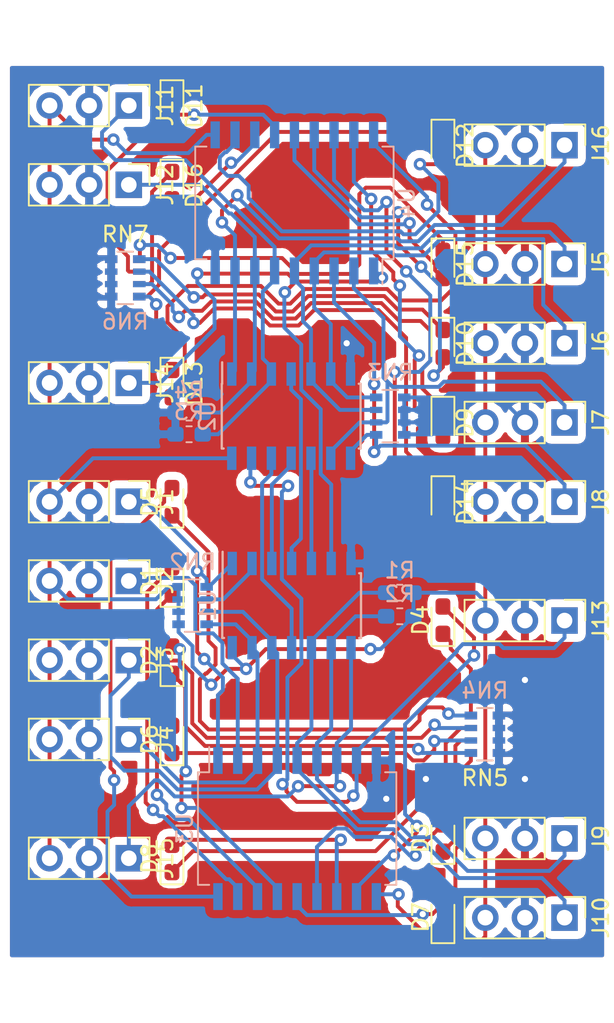
<source format=kicad_pcb>
(kicad_pcb (version 20171130) (host pcbnew "(5.0.0)")
  (layers (0 F.Cu signal) (31 B.Cu signal) (34 B.Paste user) (35 F.Paste user) (36 B.SilkS user) (37 F.SilkS user) (38 B.Mask user) (39 F.Mask user) (44 Edge.Cuts user))
  (net 0 "")
  (net 1 "Net-(D1-Pad2)")
  (net 2 "Net-(D1-Pad1)")
  (net 3 "Net-(D2-Pad2)")
  (net 4 "Net-(D2-Pad1)")
  (net 5 "Net-(D3-Pad2)")
  (net 6 "Net-(D3-Pad1)")
  (net 7 "Net-(D4-Pad2)")
  (net 8 "Net-(D4-Pad1)")
  (net 9 "Net-(D5-Pad2)")
  (net 10 "Net-(D5-Pad1)")
  (net 11 "Net-(D6-Pad2)")
  (net 12 "Net-(D6-Pad1)")
  (net 13 "Net-(D7-Pad1)")
  (net 14 "Net-(D7-Pad2)")
  (net 15 "Net-(D8-Pad1)")
  (net 16 "Net-(D8-Pad2)")
  (net 17 "Net-(D9-Pad1)")
  (net 18 "Net-(D9-Pad2)")
  (net 19 "Net-(D10-Pad1)")
  (net 20 "Net-(D10-Pad2)")
  (net 21 "Net-(D11-Pad2)")
  (net 22 "Net-(D11-Pad1)")
  (net 23 "Net-(D12-Pad1)")
  (net 24 "Net-(D12-Pad2)")
  (net 25 "Net-(D13-Pad1)")
  (net 26 "Net-(D13-Pad2)")
  (net 27 "Net-(D14-Pad1)")
  (net 28 "Net-(D14-Pad2)")
  (net 29 "Net-(D15-Pad1)")
  (net 30 "Net-(D15-Pad2)")
  (net 31 "Net-(D16-Pad2)")
  (net 32 "Net-(D16-Pad1)")
  (net 33 /OR_B)
  (net 34 GND)
  (net 35 +3V3)
  (net 36 /OR_C)
  (net 37 /OR_D)
  (net 38 /NAND_B)
  (net 39 /NOR_A)
  (net 40 /OR_A)
  (net 41 /AND_D)
  (net 42 /AND_C)
  (net 43 /AND_B)
  (net 44 /NAND_A)
  (net 45 /NOR_B)
  (net 46 /AND_A)
  (net 47 /AND_Q)
  (net 48 /OR_Q)
  (net 49 /NAND_Q)
  (net 50 /NOR_Q)
  (net 51 "Net-(U1-Pad3)")
  (net 52 "Net-(U1-Pad4)")
  (net 53 "Net-(U1-Pad5)")
  (net 54 "Net-(U1-Pad11)")
  (module Resistor_SMD:R_Array_Convex_4x0603 (layer F.Cu) (at 69.6214 84.709)
    (fp_text reference RN7 (at 0 -2.8) (layer F.SilkS))
    (fp_text value R_Pack04)
    (pad 1 smd rect (at -0.9 -1.2) (size 0.8 0.5) (layers F.Cu F.Paste F.Mask) (net 34 GND))
    (pad 3 smd rect (at -0.9 0.4) (size 0.8 0.4) (layers F.Cu F.Paste F.Mask) (net 34 GND))
    (pad 2 smd rect (at -0.9 -0.4) (size 0.8 0.4) (layers F.Cu F.Paste F.Mask) (net 34 GND))
    (pad 4 smd rect (at -0.9 1.2) (size 0.8 0.5) (layers F.Cu F.Paste F.Mask) (net 34 GND))
    (pad 7 smd rect (at 0.9 -0.4) (size 0.8 0.4) (layers F.Cu F.Paste F.Mask) (net 22 "Net-(D11-Pad1)"))
    (pad 8 smd rect (at 0.9 -1.2) (size 0.8 0.5) (layers F.Cu F.Paste F.Mask) (net 29 "Net-(D15-Pad1)"))
    (pad 6 smd rect (at 0.9 0.4) (size 0.8 0.4) (layers F.Cu F.Paste F.Mask) (net 32 "Net-(D16-Pad1)"))
    (pad 5 smd rect (at 0.9 1.2) (size 0.8 0.5) (layers F.Cu F.Paste F.Mask) (net 23 "Net-(D12-Pad1)"))
  )
  (module Resistor_SMD:R_Array_Convex_4x0603 (layer B.Cu) (at 69.6214 84.709)
    (fp_text reference RN6 (at 0 2.8) (layer B.SilkS) (effects (justify mirror)))
    (fp_text value R_Pack04)
    (pad 1 smd rect (at -0.9 1.2) (size 0.8 0.5) (layers B.Cu B.Paste B.Mask) (net 34 GND))
    (pad 3 smd rect (at -0.9 -0.4) (size 0.8 0.4) (layers B.Cu B.Paste B.Mask) (net 34 GND))
    (pad 2 smd rect (at -0.9 0.4) (size 0.8 0.4) (layers B.Cu B.Paste B.Mask) (net 34 GND))
    (pad 4 smd rect (at -0.9 -1.2) (size 0.8 0.5) (layers B.Cu B.Paste B.Mask) (net 34 GND))
    (pad 7 smd rect (at 0.9 0.4) (size 0.8 0.4) (layers B.Cu B.Paste B.Mask) (net 17 "Net-(D9-Pad1)"))
    (pad 8 smd rect (at 0.9 1.2) (size 0.8 0.5) (layers B.Cu B.Paste B.Mask) (net 25 "Net-(D13-Pad1)"))
    (pad 6 smd rect (at 0.9 -0.4) (size 0.8 0.4) (layers B.Cu B.Paste B.Mask) (net 27 "Net-(D14-Pad1)"))
    (pad 5 smd rect (at 0.9 -1.2) (size 0.8 0.5) (layers B.Cu B.Paste B.Mask) (net 19 "Net-(D10-Pad1)"))
  )
  (module LED_SMD:LED_0603_1608Metric_Pad1.05x0.95mm_HandSolder (layer F.Cu) (at 72.6186 104.14 90)
    (fp_text reference D1 (at 0 -1.43 90) (layer F.SilkS))
    (fp_text value LED)
    (pad 2 smd roundrect (at 0.875 0 90) (size 1.05 0.95) (layers F.Cu F.Paste F.Mask) (net 1 "Net-(D1-Pad2)"))
    (pad 1 smd roundrect (at -0.875 0 90) (size 1.05 0.95) (layers F.Cu F.Paste F.Mask) (net 2 "Net-(D1-Pad1)"))
  )
  (module LED_SMD:LED_0603_1608Metric_Pad1.05x0.95mm_HandSolder (layer F.Cu) (at 72.6186 109.22 90)
    (fp_text reference D2 (at 0 -1.43 90) (layer F.SilkS))
    (fp_text value LED)
    (pad 2 smd roundrect (at 0.875 0 90) (size 1.05 0.95) (layers F.Cu F.Paste F.Mask) (net 3 "Net-(D2-Pad2)"))
    (pad 1 smd roundrect (at -0.875 0 90) (size 1.05 0.95) (layers F.Cu F.Paste F.Mask) (net 4 "Net-(D2-Pad1)"))
  )
  (module LED_SMD:LED_0603_1608Metric_Pad1.05x0.95mm_HandSolder (layer F.Cu) (at 89.9922 120.6246 90)
    (fp_text reference D3 (at 0 -1.43 90) (layer F.SilkS))
    (fp_text value LED)
    (pad 2 smd roundrect (at 0.875 0 90) (size 1.05 0.95) (layers F.Cu F.Paste F.Mask) (net 5 "Net-(D3-Pad2)"))
    (pad 1 smd roundrect (at -0.875 0 90) (size 1.05 0.95) (layers F.Cu F.Paste F.Mask) (net 6 "Net-(D3-Pad1)"))
  )
  (module LED_SMD:LED_0603_1608Metric_Pad1.05x0.95mm_HandSolder (layer F.Cu) (at 89.9922 106.6546 90)
    (fp_text reference D4 (at 0 -1.43 90) (layer F.SilkS))
    (fp_text value LED)
    (pad 2 smd roundrect (at 0.875 0 90) (size 1.05 0.95) (layers F.Cu F.Paste F.Mask) (net 7 "Net-(D4-Pad2)"))
    (pad 1 smd roundrect (at -0.875 0 90) (size 1.05 0.95) (layers F.Cu F.Paste F.Mask) (net 8 "Net-(D4-Pad1)"))
  )
  (module LED_SMD:LED_0603_1608Metric_Pad1.05x0.95mm_HandSolder (layer F.Cu) (at 72.6186 99.06 90)
    (fp_text reference D5 (at 0 -1.43 90) (layer F.SilkS))
    (fp_text value LED)
    (pad 2 smd roundrect (at 0.875 0 90) (size 1.05 0.95) (layers F.Cu F.Paste F.Mask) (net 9 "Net-(D5-Pad2)"))
    (pad 1 smd roundrect (at -0.875 0 90) (size 1.05 0.95) (layers F.Cu F.Paste F.Mask) (net 10 "Net-(D5-Pad1)"))
  )
  (module LED_SMD:LED_0603_1608Metric_Pad1.05x0.95mm_HandSolder (layer F.Cu) (at 72.6186 114.3 90)
    (fp_text reference D6 (at 0 -1.43 90) (layer F.SilkS))
    (fp_text value LED)
    (pad 2 smd roundrect (at 0.875 0 90) (size 1.05 0.95) (layers F.Cu F.Paste F.Mask) (net 11 "Net-(D6-Pad2)"))
    (pad 1 smd roundrect (at -0.875 0 90) (size 1.05 0.95) (layers F.Cu F.Paste F.Mask) (net 12 "Net-(D6-Pad1)"))
  )
  (module LED_SMD:LED_0603_1608Metric_Pad1.05x0.95mm_HandSolder (layer F.Cu) (at 89.9922 125.7046 90)
    (fp_text reference D7 (at 0 -1.43 90) (layer F.SilkS))
    (fp_text value LED)
    (pad 1 smd roundrect (at -0.875 0 90) (size 1.05 0.95) (layers F.Cu F.Paste F.Mask) (net 13 "Net-(D7-Pad1)"))
    (pad 2 smd roundrect (at 0.875 0 90) (size 1.05 0.95) (layers F.Cu F.Paste F.Mask) (net 14 "Net-(D7-Pad2)"))
  )
  (module LED_SMD:LED_0603_1608Metric_Pad1.05x0.95mm_HandSolder (layer F.Cu) (at 72.6186 121.934 90)
    (fp_text reference D8 (at 0 -1.43 90) (layer F.SilkS))
    (fp_text value LED)
    (pad 1 smd roundrect (at -0.875 0 90) (size 1.05 0.95) (layers F.Cu F.Paste F.Mask) (net 15 "Net-(D8-Pad1)"))
    (pad 2 smd roundrect (at 0.875 0 90) (size 1.05 0.95) (layers F.Cu F.Paste F.Mask) (net 16 "Net-(D8-Pad2)"))
  )
  (module LED_SMD:LED_0603_1608Metric_Pad1.05x0.95mm_HandSolder (layer F.Cu) (at 89.9922 93.994 270)
    (fp_text reference D9 (at 0 -1.43 270) (layer F.SilkS))
    (fp_text value LED)
    (pad 1 smd roundrect (at -0.875 0 270) (size 1.05 0.95) (layers F.Cu F.Paste F.Mask) (net 17 "Net-(D9-Pad1)"))
    (pad 2 smd roundrect (at 0.875 0 270) (size 1.05 0.95) (layers F.Cu F.Paste F.Mask) (net 18 "Net-(D9-Pad2)"))
  )
  (module LED_SMD:LED_0603_1608Metric_Pad1.05x0.95mm_HandSolder (layer F.Cu) (at 89.9922 88.9254 270)
    (fp_text reference D10 (at 0 -1.43 270) (layer F.SilkS))
    (fp_text value LED)
    (pad 1 smd roundrect (at -0.875 0 270) (size 1.05 0.95) (layers F.Cu F.Paste F.Mask) (net 19 "Net-(D10-Pad1)"))
    (pad 2 smd roundrect (at 0.875 0 270) (size 1.05 0.95) (layers F.Cu F.Paste F.Mask) (net 20 "Net-(D10-Pad2)"))
  )
  (module LED_SMD:LED_0603_1608Metric_Pad1.05x0.95mm_HandSolder (layer F.Cu) (at 72.6186 73.6968 270)
    (fp_text reference D11 (at 0 -1.43 270) (layer F.SilkS))
    (fp_text value LED)
    (pad 2 smd roundrect (at 0.875 0 270) (size 1.05 0.95) (layers F.Cu F.Paste F.Mask) (net 21 "Net-(D11-Pad2)"))
    (pad 1 smd roundrect (at -0.875 0 270) (size 1.05 0.95) (layers F.Cu F.Paste F.Mask) (net 22 "Net-(D11-Pad1)"))
  )
  (module LED_SMD:LED_0603_1608Metric_Pad1.05x0.95mm_HandSolder (layer F.Cu) (at 89.9922 76.2254 270)
    (fp_text reference D12 (at 0 -1.43 270) (layer F.SilkS))
    (fp_text value LED)
    (pad 1 smd roundrect (at -0.875 0 270) (size 1.05 0.95) (layers F.Cu F.Paste F.Mask) (net 23 "Net-(D12-Pad1)"))
    (pad 2 smd roundrect (at 0.875 0 270) (size 1.05 0.95) (layers F.Cu F.Paste F.Mask) (net 24 "Net-(D12-Pad2)"))
  )
  (module LED_SMD:LED_0603_1608Metric_Pad1.05x0.95mm_HandSolder (layer F.Cu) (at 72.6186 91.4908 270)
    (fp_text reference D13 (at 0 -1.43 270) (layer F.SilkS))
    (fp_text value LED)
    (pad 1 smd roundrect (at -0.875 0 270) (size 1.05 0.95) (layers F.Cu F.Paste F.Mask) (net 25 "Net-(D13-Pad1)"))
    (pad 2 smd roundrect (at 0.875 0 270) (size 1.05 0.95) (layers F.Cu F.Paste F.Mask) (net 26 "Net-(D13-Pad2)"))
  )
  (module LED_SMD:LED_0603_1608Metric_Pad1.05x0.95mm_HandSolder (layer F.Cu) (at 89.9922 99.0854 270)
    (fp_text reference D14 (at 0 -1.43 270) (layer F.SilkS))
    (fp_text value LED)
    (pad 1 smd roundrect (at -0.875 0 270) (size 1.05 0.95) (layers F.Cu F.Paste F.Mask) (net 27 "Net-(D14-Pad1)"))
    (pad 2 smd roundrect (at 0.875 0 270) (size 1.05 0.95) (layers F.Cu F.Paste F.Mask) (net 28 "Net-(D14-Pad2)"))
  )
  (module LED_SMD:LED_0603_1608Metric_Pad1.05x0.95mm_HandSolder (layer F.Cu) (at 89.9922 83.8454 270)
    (fp_text reference D15 (at 0 -1.43 270) (layer F.SilkS))
    (fp_text value LED)
    (pad 1 smd roundrect (at -0.875 0 270) (size 1.05 0.95) (layers F.Cu F.Paste F.Mask) (net 29 "Net-(D15-Pad1)"))
    (pad 2 smd roundrect (at 0.875 0 270) (size 1.05 0.95) (layers F.Cu F.Paste F.Mask) (net 30 "Net-(D15-Pad2)"))
  )
  (module LED_SMD:LED_0603_1608Metric_Pad1.05x0.95mm_HandSolder (layer F.Cu) (at 72.6186 78.7908 270)
    (fp_text reference D16 (at 0 -1.43 270) (layer F.SilkS))
    (fp_text value LED)
    (pad 2 smd roundrect (at 0.875 0 270) (size 1.05 0.95) (layers F.Cu F.Paste F.Mask) (net 31 "Net-(D16-Pad2)"))
    (pad 1 smd roundrect (at -0.875 0 270) (size 1.05 0.95) (layers F.Cu F.Paste F.Mask) (net 32 "Net-(D16-Pad1)"))
  )
  (module Connector_PinHeader_2.54mm:PinHeader_1x03_P2.54mm_Vertical (layer F.Cu) (at 69.85 99.06 270)
    (fp_text reference J1 (at 0 -2.33 270) (layer F.SilkS))
    (fp_text value Conn_01x03_Male)
    (pad 1 thru_hole rect (at 0 0 270) (size 1.7 1.7) (drill 1) (layers *.Cu *.Mask) (net 46 /AND_A))
    (pad 2 thru_hole oval (at 0 2.54 270) (size 1.7 1.7) (drill 1) (layers *.Cu *.Mask) (net 34 GND))
    (pad 3 thru_hole oval (at 0 5.08 270) (size 1.7 1.7) (drill 1) (layers *.Cu *.Mask) (net 35 +3V3))
  )
  (module Connector_PinHeader_2.54mm:PinHeader_1x03_P2.54mm_Vertical (layer F.Cu) (at 69.85 104.14 270)
    (fp_text reference J2 (at 0 -2.33 270) (layer F.SilkS))
    (fp_text value Conn_01x03_Male)
    (pad 1 thru_hole rect (at 0 0 270) (size 1.7 1.7) (drill 1) (layers *.Cu *.Mask) (net 43 /AND_B))
    (pad 2 thru_hole oval (at 0 2.54 270) (size 1.7 1.7) (drill 1) (layers *.Cu *.Mask) (net 34 GND))
    (pad 3 thru_hole oval (at 0 5.08 270) (size 1.7 1.7) (drill 1) (layers *.Cu *.Mask) (net 35 +3V3))
  )
  (module Connector_PinHeader_2.54mm:PinHeader_1x03_P2.54mm_Vertical (layer F.Cu) (at 69.85 109.22 270)
    (fp_text reference J3 (at 0 -2.33 270) (layer F.SilkS))
    (fp_text value Conn_01x03_Male)
    (pad 3 thru_hole oval (at 0 5.08 270) (size 1.7 1.7) (drill 1) (layers *.Cu *.Mask) (net 35 +3V3))
    (pad 2 thru_hole oval (at 0 2.54 270) (size 1.7 1.7) (drill 1) (layers *.Cu *.Mask) (net 34 GND))
    (pad 1 thru_hole rect (at 0 0 270) (size 1.7 1.7) (drill 1) (layers *.Cu *.Mask) (net 42 /AND_C))
  )
  (module Connector_PinHeader_2.54mm:PinHeader_1x03_P2.54mm_Vertical (layer F.Cu) (at 69.85 114.3 270)
    (fp_text reference J4 (at 0 -2.33 270) (layer F.SilkS))
    (fp_text value Conn_01x03_Male)
    (pad 3 thru_hole oval (at 0 5.08 270) (size 1.7 1.7) (drill 1) (layers *.Cu *.Mask) (net 35 +3V3))
    (pad 2 thru_hole oval (at 0 2.54 270) (size 1.7 1.7) (drill 1) (layers *.Cu *.Mask) (net 34 GND))
    (pad 1 thru_hole rect (at 0 0 270) (size 1.7 1.7) (drill 1) (layers *.Cu *.Mask) (net 41 /AND_D))
  )
  (module Connector_PinHeader_2.54mm:PinHeader_1x03_P2.54mm_Vertical (layer F.Cu) (at 97.79 83.82 270)
    (fp_text reference J5 (at 0 -2.33 270) (layer F.SilkS))
    (fp_text value Conn_01x03_Male)
    (pad 3 thru_hole oval (at 0 5.08 270) (size 1.7 1.7) (drill 1) (layers *.Cu *.Mask) (net 35 +3V3))
    (pad 2 thru_hole oval (at 0 2.54 270) (size 1.7 1.7) (drill 1) (layers *.Cu *.Mask) (net 34 GND))
    (pad 1 thru_hole rect (at 0 0 270) (size 1.7 1.7) (drill 1) (layers *.Cu *.Mask) (net 40 /OR_A))
  )
  (module Connector_PinHeader_2.54mm:PinHeader_1x03_P2.54mm_Vertical (layer F.Cu) (at 97.79 88.9 270)
    (fp_text reference J6 (at 0 -2.33 270) (layer F.SilkS))
    (fp_text value Conn_01x03_Male)
    (pad 3 thru_hole oval (at 0 5.08 270) (size 1.7 1.7) (drill 1) (layers *.Cu *.Mask) (net 35 +3V3))
    (pad 2 thru_hole oval (at 0 2.54 270) (size 1.7 1.7) (drill 1) (layers *.Cu *.Mask) (net 34 GND))
    (pad 1 thru_hole rect (at 0 0 270) (size 1.7 1.7) (drill 1) (layers *.Cu *.Mask) (net 33 /OR_B))
  )
  (module Connector_PinHeader_2.54mm:PinHeader_1x03_P2.54mm_Vertical (layer F.Cu) (at 97.79 93.98 270)
    (fp_text reference J7 (at 0 -2.33 270) (layer F.SilkS))
    (fp_text value Conn_01x03_Male)
    (pad 1 thru_hole rect (at 0 0 270) (size 1.7 1.7) (drill 1) (layers *.Cu *.Mask) (net 36 /OR_C))
    (pad 2 thru_hole oval (at 0 2.54 270) (size 1.7 1.7) (drill 1) (layers *.Cu *.Mask) (net 34 GND))
    (pad 3 thru_hole oval (at 0 5.08 270) (size 1.7 1.7) (drill 1) (layers *.Cu *.Mask) (net 35 +3V3))
  )
  (module Connector_PinHeader_2.54mm:PinHeader_1x03_P2.54mm_Vertical (layer F.Cu) (at 97.79 99.06 270)
    (fp_text reference J8 (at 0 -2.33 270) (layer F.SilkS))
    (fp_text value Conn_01x03_Male)
    (pad 3 thru_hole oval (at 0 5.08 270) (size 1.7 1.7) (drill 1) (layers *.Cu *.Mask) (net 35 +3V3))
    (pad 2 thru_hole oval (at 0 2.54 270) (size 1.7 1.7) (drill 1) (layers *.Cu *.Mask) (net 34 GND))
    (pad 1 thru_hole rect (at 0 0 270) (size 1.7 1.7) (drill 1) (layers *.Cu *.Mask) (net 37 /OR_D))
  )
  (module Connector_PinHeader_2.54mm:PinHeader_1x03_P2.54mm_Vertical (layer F.Cu) (at 97.79 120.65 270)
    (fp_text reference J9 (at 0 -2.33 270) (layer F.SilkS))
    (fp_text value Conn_01x03_Male)
    (pad 3 thru_hole oval (at 0 5.08 270) (size 1.7 1.7) (drill 1) (layers *.Cu *.Mask) (net 35 +3V3))
    (pad 2 thru_hole oval (at 0 2.54 270) (size 1.7 1.7) (drill 1) (layers *.Cu *.Mask) (net 34 GND))
    (pad 1 thru_hole rect (at 0 0 270) (size 1.7 1.7) (drill 1) (layers *.Cu *.Mask) (net 44 /NAND_A))
  )
  (module Connector_PinHeader_2.54mm:PinHeader_1x03_P2.54mm_Vertical (layer F.Cu) (at 97.79 125.73 270)
    (fp_text reference J10 (at 0 -2.33 270) (layer F.SilkS))
    (fp_text value Conn_01x03_Male)
    (pad 1 thru_hole rect (at 0 0 270) (size 1.7 1.7) (drill 1) (layers *.Cu *.Mask) (net 38 /NAND_B))
    (pad 2 thru_hole oval (at 0 2.54 270) (size 1.7 1.7) (drill 1) (layers *.Cu *.Mask) (net 34 GND))
    (pad 3 thru_hole oval (at 0 5.08 270) (size 1.7 1.7) (drill 1) (layers *.Cu *.Mask) (net 35 +3V3))
  )
  (module Connector_PinHeader_2.54mm:PinHeader_1x03_P2.54mm_Vertical (layer F.Cu) (at 69.85 73.66 270)
    (fp_text reference J11 (at 0 -2.33 270) (layer F.SilkS))
    (fp_text value Conn_01x03_Male)
    (pad 1 thru_hole rect (at 0 0 270) (size 1.7 1.7) (drill 1) (layers *.Cu *.Mask) (net 39 /NOR_A))
    (pad 2 thru_hole oval (at 0 2.54 270) (size 1.7 1.7) (drill 1) (layers *.Cu *.Mask) (net 34 GND))
    (pad 3 thru_hole oval (at 0 5.08 270) (size 1.7 1.7) (drill 1) (layers *.Cu *.Mask) (net 35 +3V3))
  )
  (module Connector_PinHeader_2.54mm:PinHeader_1x03_P2.54mm_Vertical (layer F.Cu) (at 69.85 78.74 270)
    (fp_text reference J12 (at 0 -2.33 270) (layer F.SilkS))
    (fp_text value Conn_01x03_Male)
    (pad 1 thru_hole rect (at 0 0 270) (size 1.7 1.7) (drill 1) (layers *.Cu *.Mask) (net 45 /NOR_B))
    (pad 2 thru_hole oval (at 0 2.54 270) (size 1.7 1.7) (drill 1) (layers *.Cu *.Mask) (net 34 GND))
    (pad 3 thru_hole oval (at 0 5.08 270) (size 1.7 1.7) (drill 1) (layers *.Cu *.Mask) (net 35 +3V3))
  )
  (module Connector_PinHeader_2.54mm:PinHeader_1x03_P2.54mm_Vertical (layer F.Cu) (at 97.79 106.68 270)
    (fp_text reference J13 (at 0 -2.33 270) (layer F.SilkS))
    (fp_text value Conn_01x03_Male)
    (pad 1 thru_hole rect (at 0 0 270) (size 1.7 1.7) (drill 1) (layers *.Cu *.Mask) (net 47 /AND_Q))
    (pad 2 thru_hole oval (at 0 2.54 270) (size 1.7 1.7) (drill 1) (layers *.Cu *.Mask) (net 34 GND))
    (pad 3 thru_hole oval (at 0 5.08 270) (size 1.7 1.7) (drill 1) (layers *.Cu *.Mask) (net 35 +3V3))
  )
  (module Connector_PinHeader_2.54mm:PinHeader_1x03_P2.54mm_Vertical (layer F.Cu) (at 69.85 91.44 270)
    (fp_text reference J14 (at 0 -2.33 270) (layer F.SilkS))
    (fp_text value Conn_01x03_Male)
    (pad 1 thru_hole rect (at 0 0 270) (size 1.7 1.7) (drill 1) (layers *.Cu *.Mask) (net 48 /OR_Q))
    (pad 2 thru_hole oval (at 0 2.54 270) (size 1.7 1.7) (drill 1) (layers *.Cu *.Mask) (net 34 GND))
    (pad 3 thru_hole oval (at 0 5.08 270) (size 1.7 1.7) (drill 1) (layers *.Cu *.Mask) (net 35 +3V3))
  )
  (module Connector_PinHeader_2.54mm:PinHeader_1x03_P2.54mm_Vertical (layer F.Cu) (at 69.85 121.92 270)
    (fp_text reference J15 (at 0 -2.33 270) (layer F.SilkS))
    (fp_text value Conn_01x03_Male)
    (pad 3 thru_hole oval (at 0 5.08 270) (size 1.7 1.7) (drill 1) (layers *.Cu *.Mask) (net 35 +3V3))
    (pad 2 thru_hole oval (at 0 2.54 270) (size 1.7 1.7) (drill 1) (layers *.Cu *.Mask) (net 34 GND))
    (pad 1 thru_hole rect (at 0 0 270) (size 1.7 1.7) (drill 1) (layers *.Cu *.Mask) (net 49 /NAND_Q))
  )
  (module Connector_PinHeader_2.54mm:PinHeader_1x03_P2.54mm_Vertical (layer F.Cu) (at 97.79 76.2 270)
    (fp_text reference J16 (at 0 -2.33 270) (layer F.SilkS))
    (fp_text value Conn_01x03_Male)
    (pad 3 thru_hole oval (at 0 5.08 270) (size 1.7 1.7) (drill 1) (layers *.Cu *.Mask) (net 35 +3V3))
    (pad 2 thru_hole oval (at 0 2.54 270) (size 1.7 1.7) (drill 1) (layers *.Cu *.Mask) (net 34 GND))
    (pad 1 thru_hole rect (at 0 0 270) (size 1.7 1.7) (drill 1) (layers *.Cu *.Mask) (net 50 /NOR_Q))
  )
  (module Package_SO:SOIC-14_3.9x8.7mm_P1.27mm (layer B.Cu) (at 80.291024 105.720417 270)
    (fp_text reference U1 (at 0 5.375 270) (layer B.SilkS) (effects (justify mirror)))
    (fp_text value 74HC00)
    (pad 1 smd rect (at -2.7 3.81 270) (size 1.5 0.6) (layers B.Cu B.Paste B.Mask) (net 46 /AND_A))
    (pad 2 smd rect (at -2.7 2.54 270) (size 1.5 0.6) (layers B.Cu B.Paste B.Mask) (net 43 /AND_B))
    (pad 3 smd rect (at -2.7 1.27 270) (size 1.5 0.6) (layers B.Cu B.Paste B.Mask) (net 51 "Net-(U1-Pad3)"))
    (pad 4 smd rect (at -2.7 0 270) (size 1.5 0.6) (layers B.Cu B.Paste B.Mask) (net 52 "Net-(U1-Pad4)"))
    (pad 5 smd rect (at -2.7 -1.27 270) (size 1.5 0.6) (layers B.Cu B.Paste B.Mask) (net 53 "Net-(U1-Pad5)"))
    (pad 6 smd rect (at -2.7 -2.54 270) (size 1.5 0.6) (layers B.Cu B.Paste B.Mask) (net 48 /OR_Q))
    (pad 7 smd rect (at -2.7 -3.81 270) (size 1.5 0.6) (layers B.Cu B.Paste B.Mask) (net 34 GND))
    (pad 8 smd rect (at 2.7 -3.81 270) (size 1.5 0.6) (layers B.Cu B.Paste B.Mask) (net 49 /NAND_Q))
    (pad 9 smd rect (at 2.7 -2.54 270) (size 1.5 0.6) (layers B.Cu B.Paste B.Mask) (net 44 /NAND_A))
    (pad 10 smd rect (at 2.7 -1.27 270) (size 1.5 0.6) (layers B.Cu B.Paste B.Mask) (net 38 /NAND_B))
    (pad 11 smd rect (at 2.7 0 270) (size 1.5 0.6) (layers B.Cu B.Paste B.Mask) (net 54 "Net-(U1-Pad11)"))
    (pad 12 smd rect (at 2.7 1.27 270) (size 1.5 0.6) (layers B.Cu B.Paste B.Mask) (net 42 /AND_C))
    (pad 13 smd rect (at 2.7 2.54 270) (size 1.5 0.6) (layers B.Cu B.Paste B.Mask) (net 41 /AND_D))
    (pad 14 smd rect (at 2.7 3.81 270) (size 1.5 0.6) (layers B.Cu B.Paste B.Mask) (net 35 +3V3))
  )
  (module Package_SO:SOIC-14_3.9x8.7mm_P1.27mm (layer B.Cu) (at 80.261767 93.573636 270)
    (fp_text reference U2 (at 0 5.375 270) (layer B.SilkS) (effects (justify mirror)))
    (fp_text value 74HC02)
    (pad 14 smd rect (at 2.7 3.81 270) (size 1.5 0.6) (layers B.Cu B.Paste B.Mask) (net 35 +3V3))
    (pad 13 smd rect (at 2.7 2.54 270) (size 1.5 0.6) (layers B.Cu B.Paste B.Mask) (net 47 /AND_Q))
    (pad 12 smd rect (at 2.7 1.27 270) (size 1.5 0.6) (layers B.Cu B.Paste B.Mask) (net 54 "Net-(U1-Pad11)"))
    (pad 11 smd rect (at 2.7 0 270) (size 1.5 0.6) (layers B.Cu B.Paste B.Mask) (net 51 "Net-(U1-Pad3)"))
    (pad 10 smd rect (at 2.7 -1.27 270) (size 1.5 0.6) (layers B.Cu B.Paste B.Mask) (net 53 "Net-(U1-Pad5)"))
    (pad 9 smd rect (at 2.7 -2.54 270) (size 1.5 0.6) (layers B.Cu B.Paste B.Mask) (net 36 /OR_C))
    (pad 8 smd rect (at 2.7 -3.81 270) (size 1.5 0.6) (layers B.Cu B.Paste B.Mask) (net 37 /OR_D))
    (pad 7 smd rect (at -2.7 -3.81 270) (size 1.5 0.6) (layers B.Cu B.Paste B.Mask) (net 34 GND))
    (pad 6 smd rect (at -2.7 -2.54 270) (size 1.5 0.6) (layers B.Cu B.Paste B.Mask) (net 33 /OR_B))
    (pad 5 smd rect (at -2.7 -1.27 270) (size 1.5 0.6) (layers B.Cu B.Paste B.Mask) (net 40 /OR_A))
    (pad 4 smd rect (at -2.7 0 270) (size 1.5 0.6) (layers B.Cu B.Paste B.Mask) (net 52 "Net-(U1-Pad4)"))
    (pad 3 smd rect (at -2.7 1.27 270) (size 1.5 0.6) (layers B.Cu B.Paste B.Mask) (net 39 /NOR_A))
    (pad 2 smd rect (at -2.7 2.54 270) (size 1.5 0.6) (layers B.Cu B.Paste B.Mask) (net 45 /NOR_B))
    (pad 1 smd rect (at -2.7 3.81 270) (size 1.5 0.6) (layers B.Cu B.Paste B.Mask) (net 50 /NOR_Q))
  )
  (module Resistor_SMD:R_Array_Convex_4x0603 (layer B.Cu) (at 73.941024 105.720417 180)
    (fp_text reference RN2 (at 0 2.8 180) (layer B.SilkS) (effects (justify mirror)))
    (fp_text value R_Pack04)
    (pad 5 smd rect (at 0.9 -1.2 180) (size 0.8 0.5) (layers B.Cu B.Paste B.Mask) (net 35 +3V3))
    (pad 6 smd rect (at 0.9 -0.4 180) (size 0.8 0.4) (layers B.Cu B.Paste B.Mask) (net 35 +3V3))
    (pad 8 smd rect (at 0.9 1.2 180) (size 0.8 0.5) (layers B.Cu B.Paste B.Mask) (net 35 +3V3))
    (pad 7 smd rect (at 0.9 0.4 180) (size 0.8 0.4) (layers B.Cu B.Paste B.Mask) (net 35 +3V3))
    (pad 4 smd rect (at -0.9 -1.2 180) (size 0.8 0.5) (layers B.Cu B.Paste B.Mask) (net 41 /AND_D))
    (pad 2 smd rect (at -0.9 0.4 180) (size 0.8 0.4) (layers B.Cu B.Paste B.Mask) (net 43 /AND_B))
    (pad 3 smd rect (at -0.9 -0.4 180) (size 0.8 0.4) (layers B.Cu B.Paste B.Mask) (net 42 /AND_C))
    (pad 1 smd rect (at -0.9 1.2 180) (size 0.8 0.5) (layers B.Cu B.Paste B.Mask) (net 46 /AND_A))
  )
  (module Resistor_SMD:R_Array_Convex_4x0603 (layer B.Cu) (at 86.611767 93.573636 180)
    (fp_text reference RN3 (at 0 2.8 180) (layer B.SilkS) (effects (justify mirror)))
    (fp_text value R_Pack04)
    (pad 1 smd rect (at -0.9 1.2 180) (size 0.8 0.5) (layers B.Cu B.Paste B.Mask) (net 34 GND))
    (pad 3 smd rect (at -0.9 -0.4 180) (size 0.8 0.4) (layers B.Cu B.Paste B.Mask) (net 34 GND))
    (pad 2 smd rect (at -0.9 0.4 180) (size 0.8 0.4) (layers B.Cu B.Paste B.Mask) (net 34 GND))
    (pad 4 smd rect (at -0.9 -1.2 180) (size 0.8 0.5) (layers B.Cu B.Paste B.Mask) (net 34 GND))
    (pad 7 smd rect (at 0.9 0.4 180) (size 0.8 0.4) (layers B.Cu B.Paste B.Mask) (net 40 /OR_A))
    (pad 8 smd rect (at 0.9 1.2 180) (size 0.8 0.5) (layers B.Cu B.Paste B.Mask) (net 33 /OR_B))
    (pad 6 smd rect (at 0.9 -0.4 180) (size 0.8 0.4) (layers B.Cu B.Paste B.Mask) (net 36 /OR_C))
    (pad 5 smd rect (at 0.9 -1.2 180) (size 0.8 0.5) (layers B.Cu B.Paste B.Mask) (net 37 /OR_D))
  )
  (module Resistor_SMD:R_Array_Convex_4x0603 (layer B.Cu) (at 92.6846 113.9698 180)
    (fp_text reference RN4 (at 0 2.8 180) (layer B.SilkS) (effects (justify mirror)))
    (fp_text value R_Pack04)
    (pad 1 smd rect (at -0.9 1.2 180) (size 0.8 0.5) (layers B.Cu B.Paste B.Mask) (net 34 GND))
    (pad 3 smd rect (at -0.9 -0.4 180) (size 0.8 0.4) (layers B.Cu B.Paste B.Mask) (net 34 GND))
    (pad 2 smd rect (at -0.9 0.4 180) (size 0.8 0.4) (layers B.Cu B.Paste B.Mask) (net 34 GND))
    (pad 4 smd rect (at -0.9 -1.2 180) (size 0.8 0.5) (layers B.Cu B.Paste B.Mask) (net 34 GND))
    (pad 7 smd rect (at 0.9 0.4 180) (size 0.8 0.4) (layers B.Cu B.Paste B.Mask) (net 2 "Net-(D1-Pad1)"))
    (pad 8 smd rect (at 0.9 1.2 180) (size 0.8 0.5) (layers B.Cu B.Paste B.Mask) (net 10 "Net-(D5-Pad1)"))
    (pad 6 smd rect (at 0.9 -0.4 180) (size 0.8 0.4) (layers B.Cu B.Paste B.Mask) (net 12 "Net-(D6-Pad1)"))
    (pad 5 smd rect (at 0.9 -1.2 180) (size 0.8 0.5) (layers B.Cu B.Paste B.Mask) (net 4 "Net-(D2-Pad1)"))
  )
  (module Resistor_SMD:R_Array_Convex_4x0603 (layer F.Cu) (at 92.6846 113.9698 180)
    (fp_text reference RN5 (at 0 -2.8 180) (layer F.SilkS))
    (fp_text value R_Pack04)
    (pad 5 smd rect (at 0.9 1.2 180) (size 0.8 0.5) (layers F.Cu F.Paste F.Mask) (net 8 "Net-(D4-Pad1)"))
    (pad 6 smd rect (at 0.9 0.4 180) (size 0.8 0.4) (layers F.Cu F.Paste F.Mask) (net 15 "Net-(D8-Pad1)"))
    (pad 8 smd rect (at 0.9 -1.2 180) (size 0.8 0.5) (layers F.Cu F.Paste F.Mask) (net 13 "Net-(D7-Pad1)"))
    (pad 7 smd rect (at 0.9 -0.4 180) (size 0.8 0.4) (layers F.Cu F.Paste F.Mask) (net 6 "Net-(D3-Pad1)"))
    (pad 4 smd rect (at -0.9 1.2 180) (size 0.8 0.5) (layers F.Cu F.Paste F.Mask) (net 34 GND))
    (pad 2 smd rect (at -0.9 -0.4 180) (size 0.8 0.4) (layers F.Cu F.Paste F.Mask) (net 34 GND))
    (pad 3 smd rect (at -0.9 0.4 180) (size 0.8 0.4) (layers F.Cu F.Paste F.Mask) (net 34 GND))
    (pad 1 smd rect (at -0.9 -1.2 180) (size 0.8 0.5) (layers F.Cu F.Paste F.Mask) (net 34 GND))
  )
  (module Package_SO:SOP-18_7.0x12.5mm_P1.27mm (layer B.Cu) (at 80.645 120.015 270)
    (fp_text reference U3 (at 0 7.2 270) (layer B.SilkS) (effects (justify mirror)))
    (fp_text value ULN2803A)
    (pad 1 smd rect (at -4.3625 5.08 270) (size 1.725 0.6) (layers B.Cu B.Paste B.Mask) (net 46 /AND_A))
    (pad 2 smd rect (at -4.3625 3.81 270) (size 1.725 0.6) (layers B.Cu B.Paste B.Mask) (net 43 /AND_B))
    (pad 3 smd rect (at -4.3625 2.54 270) (size 1.725 0.6) (layers B.Cu B.Paste B.Mask) (net 41 /AND_D))
    (pad 4 smd rect (at -4.3625 1.27 270) (size 1.725 0.6) (layers B.Cu B.Paste B.Mask) (net 42 /AND_C))
    (pad 5 smd rect (at -4.3625 0 270) (size 1.725 0.6) (layers B.Cu B.Paste B.Mask) (net 38 /NAND_B))
    (pad 6 smd rect (at -4.3625 -1.27 270) (size 1.725 0.6) (layers B.Cu B.Paste B.Mask) (net 44 /NAND_A))
    (pad 7 smd rect (at -4.3625 -2.54 270) (size 1.725 0.6) (layers B.Cu B.Paste B.Mask) (net 49 /NAND_Q))
    (pad 8 smd rect (at -4.3625 -3.81 270) (size 1.725 0.6) (layers B.Cu B.Paste B.Mask) (net 47 /AND_Q))
    (pad 9 smd rect (at -4.3625 -5.08 270) (size 1.725 0.6) (layers B.Cu B.Paste B.Mask) (net 34 GND))
    (pad 18 smd rect (at 4.3625 5.08 270) (size 1.725 0.6) (layers B.Cu B.Paste B.Mask) (net 9 "Net-(D5-Pad2)"))
    (pad 17 smd rect (at 4.3625 3.81 270) (size 1.725 0.6) (layers B.Cu B.Paste B.Mask) (net 1 "Net-(D1-Pad2)"))
    (pad 16 smd rect (at 4.3625 2.54 270) (size 1.725 0.6) (layers B.Cu B.Paste B.Mask) (net 11 "Net-(D6-Pad2)"))
    (pad 15 smd rect (at 4.3625 1.27 270) (size 1.725 0.6) (layers B.Cu B.Paste B.Mask) (net 3 "Net-(D2-Pad2)"))
    (pad 14 smd rect (at 4.3625 0 270) (size 1.725 0.6) (layers B.Cu B.Paste B.Mask) (net 14 "Net-(D7-Pad2)"))
    (pad 13 smd rect (at 4.3625 -1.27 270) (size 1.725 0.6) (layers B.Cu B.Paste B.Mask) (net 5 "Net-(D3-Pad2)"))
    (pad 12 smd rect (at 4.3625 -2.54 270) (size 1.725 0.6) (layers B.Cu B.Paste B.Mask) (net 16 "Net-(D8-Pad2)"))
    (pad 11 smd rect (at 4.3625 -3.81 270) (size 1.725 0.6) (layers B.Cu B.Paste B.Mask) (net 7 "Net-(D4-Pad2)"))
    (pad 10 smd rect (at 4.3625 -5.08 270) (size 1.725 0.6) (layers B.Cu B.Paste B.Mask) (net 35 +3V3))
  )
  (module Package_SO:SOP-18_7.0x12.5mm_P1.27mm (layer B.Cu) (at 80.469999 79.899999 90)
    (fp_text reference U4 (at 0 7.2 90) (layer B.SilkS) (effects (justify mirror)))
    (fp_text value ULN2803A)
    (pad 10 smd rect (at 4.3625 -5.08 90) (size 1.725 0.6) (layers B.Cu B.Paste B.Mask) (net 35 +3V3))
    (pad 11 smd rect (at 4.3625 -3.81 90) (size 1.725 0.6) (layers B.Cu B.Paste B.Mask) (net 24 "Net-(D12-Pad2)"))
    (pad 12 smd rect (at 4.3625 -2.54 90) (size 1.725 0.6) (layers B.Cu B.Paste B.Mask) (net 31 "Net-(D16-Pad2)"))
    (pad 13 smd rect (at 4.3625 -1.27 90) (size 1.725 0.6) (layers B.Cu B.Paste B.Mask) (net 21 "Net-(D11-Pad2)"))
    (pad 14 smd rect (at 4.3625 0 90) (size 1.725 0.6) (layers B.Cu B.Paste B.Mask) (net 30 "Net-(D15-Pad2)"))
    (pad 15 smd rect (at 4.3625 1.27 90) (size 1.725 0.6) (layers B.Cu B.Paste B.Mask) (net 20 "Net-(D10-Pad2)"))
    (pad 16 smd rect (at 4.3625 2.54 90) (size 1.725 0.6) (layers B.Cu B.Paste B.Mask) (net 28 "Net-(D14-Pad2)"))
    (pad 17 smd rect (at 4.3625 3.81 90) (size 1.725 0.6) (layers B.Cu B.Paste B.Mask) (net 18 "Net-(D9-Pad2)"))
    (pad 18 smd rect (at 4.3625 5.08 90) (size 1.725 0.6) (layers B.Cu B.Paste B.Mask) (net 26 "Net-(D13-Pad2)"))
    (pad 9 smd rect (at -4.3625 -5.08 90) (size 1.725 0.6) (layers B.Cu B.Paste B.Mask) (net 34 GND))
    (pad 8 smd rect (at -4.3625 -3.81 90) (size 1.725 0.6) (layers B.Cu B.Paste B.Mask) (net 50 /NOR_Q))
    (pad 7 smd rect (at -4.3625 -2.54 90) (size 1.725 0.6) (layers B.Cu B.Paste B.Mask) (net 45 /NOR_B))
    (pad 6 smd rect (at -4.3625 -1.27 90) (size 1.725 0.6) (layers B.Cu B.Paste B.Mask) (net 39 /NOR_A))
    (pad 5 smd rect (at -4.3625 0 90) (size 1.725 0.6) (layers B.Cu B.Paste B.Mask) (net 40 /OR_A))
    (pad 4 smd rect (at -4.3625 1.27 90) (size 1.725 0.6) (layers B.Cu B.Paste B.Mask) (net 33 /OR_B))
    (pad 3 smd rect (at -4.3625 2.54 90) (size 1.725 0.6) (layers B.Cu B.Paste B.Mask) (net 37 /OR_D))
    (pad 2 smd rect (at -4.3625 3.81 90) (size 1.725 0.6) (layers B.Cu B.Paste B.Mask) (net 36 /OR_C))
    (pad 1 smd rect (at -4.3625 5.08 90) (size 1.725 0.6) (layers B.Cu B.Paste B.Mask) (net 48 /OR_Q))
  )
  (module Resistor_SMD:R_0603_1608Metric_Pad1.05x0.95mm_HandSolder (layer B.Cu) (at 87.224999 104.895001 180)
    (fp_text reference R1 (at 0 1.43 180) (layer B.SilkS) (effects (justify mirror)))
    (fp_text value R)
    (pad 1 smd roundrect (at -0.875 0 180) (size 1.05 0.95) (layers B.Cu B.Paste B.Mask) (net 35 +3V3))
    (pad 2 smd roundrect (at 0.875 0 180) (size 1.05 0.95) (layers B.Cu B.Paste B.Mask) (net 38 /NAND_B))
  )
  (module Resistor_SMD:R_0603_1608Metric_Pad1.05x0.95mm_HandSolder (layer B.Cu) (at 87.224999 106.405001 180)
    (fp_text reference R2 (at 0 1.43 180) (layer B.SilkS) (effects (justify mirror)))
    (fp_text value R)
    (pad 2 smd roundrect (at 0.875 0 180) (size 1.05 0.95) (layers B.Cu B.Paste B.Mask) (net 44 /NAND_A))
    (pad 1 smd roundrect (at -0.875 0 180) (size 1.05 0.95) (layers B.Cu B.Paste B.Mask) (net 35 +3V3))
  )
  (module Resistor_SMD:R_0603_1608Metric_Pad1.05x0.95mm_HandSolder (layer B.Cu) (at 73.714999 94.735001 180)
    (fp_text reference R3 (at 0 1.43 180) (layer B.SilkS) (effects (justify mirror)))
    (fp_text value R)
    (pad 1 smd roundrect (at -0.875 0 180) (size 1.05 0.95) (layers B.Cu B.Paste B.Mask) (net 39 /NOR_A))
    (pad 2 smd roundrect (at 0.875 0 180) (size 1.05 0.95) (layers B.Cu B.Paste B.Mask) (net 34 GND))
  )
  (module Resistor_SMD:R_0603_1608Metric_Pad1.05x0.95mm_HandSolder (layer B.Cu) (at 73.714999 93.345 180)
    (fp_text reference R4 (at 0 1.43 180) (layer B.SilkS) (effects (justify mirror)))
    (fp_text value R)
    (pad 2 smd roundrect (at 0.875 0 180) (size 1.05 0.95) (layers B.Cu B.Paste B.Mask) (net 34 GND))
    (pad 1 smd roundrect (at -0.875 0 180) (size 1.05 0.95) (layers B.Cu B.Paste B.Mask) (net 45 /NOR_B))
  )
  (via (at 71.408132 118.82104) (size 0.8) (drill 0.4) (layers F.Cu B.Cu) (net 1))
  (segment (start 76.835 124.3775) (end 76.835 123.815) (width 0.25) (layer B.Cu) (net 1))
  (segment (start 76.285 123.265) (end 76.089585 123.265) (width 0.25) (layer B.Cu) (net 1))
  (segment (start 76.089585 123.265) (end 72.045624 119.221039) (width 0.25) (layer B.Cu) (net 1))
  (segment (start 76.835 123.815) (end 76.285 123.265) (width 0.25) (layer B.Cu) (net 1))
  (segment (start 70.931927 117.504471) (end 70.931927 118.344835) (width 0.25) (layer F.Cu) (net 1))
  (segment (start 71.008133 118.421041) (end 71.408132 118.82104) (width 0.25) (layer F.Cu) (net 1))
  (segment (start 71.033527 117.402871) (end 70.931927 117.504471) (width 0.25) (layer F.Cu) (net 1))
  (segment (start 71.033527 104.850073) (end 71.033527 117.402871) (width 0.25) (layer F.Cu) (net 1))
  (segment (start 72.6186 103.265) (end 71.033527 104.850073) (width 0.25) (layer F.Cu) (net 1))
  (segment (start 72.045624 119.221039) (end 71.808131 119.221039) (width 0.25) (layer B.Cu) (net 1))
  (segment (start 71.808131 119.221039) (end 71.408132 118.82104) (width 0.25) (layer B.Cu) (net 1))
  (segment (start 70.931927 118.344835) (end 71.008133 118.421041) (width 0.25) (layer F.Cu) (net 1))
  (via (at 89.4588 113.3602) (size 0.8) (drill 0.4) (layers F.Cu B.Cu) (net 2))
  (segment (start 91.7846 113.5698) (end 89.6684 113.5698) (width 0.25) (layer B.Cu) (net 2))
  (segment (start 89.6684 113.5698) (end 89.4588 113.3602) (width 0.25) (layer B.Cu) (net 2))
  (segment (start 89.4588 113.3602) (end 88.6206 114.1984) (width 0.25) (layer F.Cu) (net 2))
  (segment (start 88.6206 114.1984) (end 74.85239 114.1984) (width 0.25) (layer F.Cu) (net 2))
  (segment (start 72.119528 105.514072) (end 72.6186 105.015) (width 0.25) (layer F.Cu) (net 2))
  (segment (start 71.6788 108.72571) (end 71.6788 105.9548) (width 0.25) (layer F.Cu) (net 2))
  (segment (start 74.85239 114.1984) (end 73.921191 113.267201) (width 0.25) (layer F.Cu) (net 2))
  (segment (start 73.0891 109.24499) (end 72.19808 109.24499) (width 0.25) (layer F.Cu) (net 2))
  (segment (start 73.921191 113.267201) (end 73.921191 110.077081) (width 0.25) (layer F.Cu) (net 2))
  (segment (start 73.921191 110.077081) (end 73.0891 109.24499) (width 0.25) (layer F.Cu) (net 2))
  (segment (start 72.19808 109.24499) (end 71.6788 108.72571) (width 0.25) (layer F.Cu) (net 2))
  (segment (start 71.6788 105.9548) (end 72.119528 105.514072) (width 0.25) (layer F.Cu) (net 2))
  (segment (start 79.375 123.815) (end 74.2542 118.6942) (width 0.25) (layer B.Cu) (net 3))
  (via (at 73.2282 118.6942) (size 0.8) (drill 0.4) (layers F.Cu B.Cu) (net 3))
  (segment (start 74.2542 118.6942) (end 73.2282 118.6942) (width 0.25) (layer B.Cu) (net 3))
  (segment (start 79.375 124.3775) (end 79.375 123.815) (width 0.25) (layer B.Cu) (net 3))
  (segment (start 73.2282 116.6114) (end 73.5076 116.332) (width 0.25) (layer F.Cu) (net 3))
  (segment (start 73.2282 118.6942) (end 73.2282 116.6114) (width 0.25) (layer F.Cu) (net 3))
  (via (at 73.5076 116.332) (size 0.8) (drill 0.4) (layers F.Cu B.Cu) (net 3))
  (segment (start 72.940288 108.345) (end 73.115767 108.520479) (width 0.25) (layer F.Cu) (net 3))
  (segment (start 72.6186 108.345) (end 72.940288 108.345) (width 0.25) (layer F.Cu) (net 3))
  (via (at 73.115767 108.520479) (size 0.8) (drill 0.4) (layers F.Cu B.Cu) (net 3))
  (segment (start 73.5076 109.983411) (end 73.115767 109.591578) (width 0.25) (layer B.Cu) (net 3))
  (segment (start 73.115767 109.591578) (end 73.115767 109.086164) (width 0.25) (layer B.Cu) (net 3))
  (segment (start 73.115767 109.086164) (end 73.115767 108.520479) (width 0.25) (layer B.Cu) (net 3))
  (segment (start 73.5076 116.332) (end 73.5076 109.983411) (width 0.25) (layer B.Cu) (net 3))
  (segment (start 88.658569 115.1698) (end 88.412179 114.92341) (width 0.25) (layer B.Cu) (net 4))
  (via (at 88.412179 114.92341) (size 0.8) (drill 0.4) (layers F.Cu B.Cu) (net 4))
  (segment (start 91.7846 115.1698) (end 88.658569 115.1698) (width 0.25) (layer B.Cu) (net 4))
  (segment (start 88.208979 114.72021) (end 88.412179 114.92341) (width 0.25) (layer F.Cu) (net 4))
  (segment (start 72.6186 110.095) (end 73.471181 110.947581) (width 0.25) (layer F.Cu) (net 4))
  (segment (start 73.471181 110.947581) (end 73.471181 113.453602) (width 0.25) (layer F.Cu) (net 4))
  (segment (start 73.471181 113.453602) (end 74.737789 114.72021) (width 0.25) (layer F.Cu) (net 4))
  (segment (start 74.737789 114.72021) (end 88.208979 114.72021) (width 0.25) (layer F.Cu) (net 4))
  (via (at 88.233052 121.74563) (size 0.8) (drill 0.4) (layers F.Cu B.Cu) (net 5))
  (segment (start 89.9922 119.7496) (end 88.233052 121.508748) (width 0.25) (layer F.Cu) (net 5))
  (segment (start 88.233052 121.508748) (end 88.233052 121.74563) (width 0.25) (layer F.Cu) (net 5))
  (segment (start 84.32539 120.551178) (end 86.676457 120.551178) (width 0.25) (layer B.Cu) (net 5))
  (segment (start 86.676457 120.551178) (end 87.870909 121.74563) (width 0.25) (layer B.Cu) (net 5))
  (segment (start 87.870909 121.74563) (end 88.233052 121.74563) (width 0.25) (layer B.Cu) (net 5))
  (segment (start 83.787001 120.012789) (end 84.32539 120.551178) (width 0.25) (layer B.Cu) (net 5))
  (segment (start 83.090999 120.012789) (end 83.787001 120.012789) (width 0.25) (layer B.Cu) (net 5))
  (segment (start 81.915 121.188788) (end 83.090999 120.012789) (width 0.25) (layer B.Cu) (net 5))
  (segment (start 81.915 124.3775) (end 81.915 121.188788) (width 0.25) (layer B.Cu) (net 5))
  (segment (start 90.491272 121.000528) (end 89.9922 121.4996) (width 0.25) (layer F.Cu) (net 6))
  (segment (start 91.7846 114.3698) (end 91.1346 114.3698) (width 0.25) (layer F.Cu) (net 6))
  (segment (start 90.79221 114.71219) (end 90.79221 120.69959) (width 0.25) (layer F.Cu) (net 6))
  (segment (start 90.79221 120.69959) (end 90.491272 121.000528) (width 0.25) (layer F.Cu) (net 6))
  (segment (start 91.1346 114.3698) (end 90.79221 114.71219) (width 0.25) (layer F.Cu) (net 6))
  (segment (start 86.527579 121.742421) (end 86.842381 121.742421) (width 0.25) (layer B.Cu) (net 7))
  (segment (start 84.455 123.815) (end 86.527579 121.742421) (width 0.25) (layer B.Cu) (net 7))
  (segment (start 84.455 124.3775) (end 84.455 123.815) (width 0.25) (layer B.Cu) (net 7))
  (segment (start 86.842381 121.742421) (end 88.316712 120.26809) (width 0.25) (layer F.Cu) (net 7))
  (segment (start 88.316712 120.26809) (end 88.316712 119.845607) (width 0.25) (layer F.Cu) (net 7))
  (via (at 88.316712 119.845607) (size 0.8) (drill 0.4) (layers F.Cu B.Cu) (net 7))
  (via (at 86.842381 121.742421) (size 0.8) (drill 0.4) (layers F.Cu B.Cu) (net 7))
  (via (at 91.98499 108.9152) (size 0.8) (drill 0.4) (layers F.Cu B.Cu) (net 7))
  (segment (start 91.98499 107.77239) (end 91.98499 108.349515) (width 0.25) (layer F.Cu) (net 7))
  (segment (start 91.98499 108.349515) (end 91.98499 108.9152) (width 0.25) (layer F.Cu) (net 7))
  (segment (start 88.316712 119.845607) (end 87.565398 119.094293) (width 0.25) (layer B.Cu) (net 7))
  (segment (start 87.565398 119.094293) (end 87.565398 113.334792) (width 0.25) (layer B.Cu) (net 7))
  (segment (start 91.584991 109.315199) (end 91.98499 108.9152) (width 0.25) (layer B.Cu) (net 7))
  (segment (start 89.9922 105.7796) (end 91.98499 107.77239) (width 0.25) (layer F.Cu) (net 7))
  (segment (start 87.565398 113.334792) (end 91.584991 109.315199) (width 0.25) (layer B.Cu) (net 7))
  (segment (start 90.491272 108.494484) (end 90.491272 108.028672) (width 0.25) (layer F.Cu) (net 8))
  (segment (start 90.491272 108.028672) (end 89.9922 107.5296) (width 0.25) (layer F.Cu) (net 8))
  (segment (start 91.7846 109.787812) (end 90.491272 108.494484) (width 0.25) (layer F.Cu) (net 8))
  (segment (start 91.7846 112.7698) (end 91.7846 109.787812) (width 0.25) (layer F.Cu) (net 8))
  (segment (start 68.485001 122.840003) (end 68.485001 118.929401) (width 0.25) (layer B.Cu) (net 9))
  (segment (start 75.565 124.3775) (end 70.022498 124.3775) (width 0.25) (layer B.Cu) (net 9))
  (segment (start 70.022498 124.3775) (end 68.485001 122.840003) (width 0.25) (layer B.Cu) (net 9))
  (via (at 68.9102 116.9162) (size 0.8) (drill 0.4) (layers F.Cu B.Cu) (net 9))
  (segment (start 68.485001 118.929401) (end 68.9102 118.504202) (width 0.25) (layer B.Cu) (net 9))
  (segment (start 68.9102 118.504202) (end 68.9102 116.9162) (width 0.25) (layer B.Cu) (net 9))
  (segment (start 72.119528 98.684072) (end 72.6186 98.185) (width 0.25) (layer F.Cu) (net 9))
  (segment (start 72.119528 99.075474) (end 72.119528 98.684072) (width 0.25) (layer F.Cu) (net 9))
  (segment (start 68.674999 102.520003) (end 72.119528 99.075474) (width 0.25) (layer F.Cu) (net 9))
  (segment (start 68.674999 116.115314) (end 68.674999 102.520003) (width 0.25) (layer F.Cu) (net 9))
  (segment (start 68.9102 116.350515) (end 68.674999 116.115314) (width 0.25) (layer F.Cu) (net 9))
  (segment (start 68.9102 116.9162) (end 68.9102 116.350515) (width 0.25) (layer F.Cu) (net 9))
  (via (at 90.3478 112.649) (size 0.8) (drill 0.4) (layers F.Cu B.Cu) (net 10))
  (segment (start 91.7846 112.7698) (end 90.4686 112.7698) (width 0.25) (layer B.Cu) (net 10))
  (segment (start 90.4686 112.7698) (end 90.3478 112.649) (width 0.25) (layer B.Cu) (net 10))
  (segment (start 74.9554 113.665) (end 74.408198 113.117798) (width 0.25) (layer F.Cu) (net 10))
  (segment (start 75.414812 109.496243) (end 75.414812 108.438038) (width 0.25) (layer F.Cu) (net 10))
  (segment (start 74.785198 110.069798) (end 74.841257 110.069798) (width 0.25) (layer F.Cu) (net 10))
  (segment (start 88.969799 112.249001) (end 88.4936 112.7252) (width 0.25) (layer F.Cu) (net 10))
  (segment (start 90.3478 112.649) (end 89.947801 112.249001) (width 0.25) (layer F.Cu) (net 10))
  (segment (start 74.841257 110.069798) (end 75.414812 109.496243) (width 0.25) (layer F.Cu) (net 10))
  (segment (start 75.414812 108.438038) (end 74.95995 107.983176) (width 0.25) (layer F.Cu) (net 10))
  (segment (start 74.95995 107.983176) (end 74.95995 102.27635) (width 0.25) (layer F.Cu) (net 10))
  (segment (start 89.947801 112.249001) (end 88.969799 112.249001) (width 0.25) (layer F.Cu) (net 10))
  (segment (start 73.117672 100.434072) (end 72.6186 99.935) (width 0.25) (layer F.Cu) (net 10))
  (segment (start 74.95995 102.27635) (end 73.117672 100.434072) (width 0.25) (layer F.Cu) (net 10))
  (segment (start 74.408198 113.117798) (end 74.408198 110.446798) (width 0.25) (layer F.Cu) (net 10))
  (segment (start 87.9094 113.665) (end 74.9554 113.665) (width 0.25) (layer F.Cu) (net 10))
  (segment (start 88.4936 113.0808) (end 87.9094 113.665) (width 0.25) (layer F.Cu) (net 10))
  (segment (start 88.4936 112.7252) (end 88.4936 113.0808) (width 0.25) (layer F.Cu) (net 10))
  (segment (start 74.408198 110.446798) (end 74.785198 110.069798) (width 0.25) (layer F.Cu) (net 10))
  (segment (start 71.656928 114.386672) (end 71.656928 117.286787) (width 0.25) (layer F.Cu) (net 11))
  (via (at 71.656928 117.852472) (size 0.8) (drill 0.4) (layers F.Cu B.Cu) (net 11))
  (segment (start 72.256599 118.795603) (end 72.256599 118.452143) (width 0.25) (layer B.Cu) (net 11))
  (segment (start 72.256599 118.452143) (end 72.056927 118.252471) (width 0.25) (layer B.Cu) (net 11))
  (segment (start 72.056927 118.252471) (end 71.656928 117.852472) (width 0.25) (layer B.Cu) (net 11))
  (segment (start 72.880198 119.419202) (end 72.256599 118.795603) (width 0.25) (layer B.Cu) (net 11))
  (segment (start 73.709202 119.419202) (end 72.880198 119.419202) (width 0.25) (layer B.Cu) (net 11))
  (segment (start 78.105 123.815) (end 73.709202 119.419202) (width 0.25) (layer B.Cu) (net 11))
  (segment (start 71.656928 117.286787) (end 71.656928 117.852472) (width 0.25) (layer F.Cu) (net 11))
  (segment (start 72.6186 113.425) (end 71.656928 114.386672) (width 0.25) (layer F.Cu) (net 11))
  (segment (start 78.105 124.3775) (end 78.105 123.815) (width 0.25) (layer B.Cu) (net 11))
  (segment (start 89.442113 114.967891) (end 89.442113 114.402206) (width 0.25) (layer F.Cu) (net 12))
  (segment (start 72.6186 115.175) (end 87.590765 115.175) (width 0.25) (layer F.Cu) (net 12))
  (segment (start 87.590765 115.175) (end 88.064177 115.648412) (width 0.25) (layer F.Cu) (net 12))
  (segment (start 88.761592 115.648412) (end 89.442113 114.967891) (width 0.25) (layer F.Cu) (net 12))
  (segment (start 89.474519 114.3698) (end 89.442113 114.402206) (width 0.25) (layer B.Cu) (net 12))
  (segment (start 88.064177 115.648412) (end 88.761592 115.648412) (width 0.25) (layer F.Cu) (net 12))
  (via (at 89.442113 114.402206) (size 0.8) (drill 0.4) (layers F.Cu B.Cu) (net 12))
  (segment (start 91.7846 114.3698) (end 89.474519 114.3698) (width 0.25) (layer B.Cu) (net 12))
  (segment (start 91.7846 115.6698) (end 91.242221 116.212179) (width 0.25) (layer F.Cu) (net 13))
  (segment (start 90.79221 121.336) (end 90.79221 125.77959) (width 0.25) (layer F.Cu) (net 13))
  (segment (start 90.79221 125.77959) (end 90.491272 126.080528) (width 0.25) (layer F.Cu) (net 13))
  (segment (start 90.491272 126.080528) (end 89.9922 126.5796) (width 0.25) (layer F.Cu) (net 13))
  (segment (start 91.242221 120.88599) (end 90.79221 121.336) (width 0.25) (layer F.Cu) (net 13))
  (segment (start 91.242221 116.212179) (end 91.242221 120.88599) (width 0.25) (layer F.Cu) (net 13))
  (segment (start 91.7846 115.1698) (end 91.7846 115.6698) (width 0.25) (layer F.Cu) (net 13))
  (via (at 88.6968 125.5014) (size 0.8) (drill 0.4) (layers F.Cu B.Cu) (net 14))
  (segment (start 88.633199 125.565001) (end 88.6968 125.5014) (width 0.25) (layer B.Cu) (net 14))
  (segment (start 81.270001 125.565001) (end 88.633199 125.565001) (width 0.25) (layer B.Cu) (net 14))
  (segment (start 80.645 124.3775) (end 80.645 124.94) (width 0.25) (layer B.Cu) (net 14))
  (segment (start 80.645 124.94) (end 81.270001 125.565001) (width 0.25) (layer B.Cu) (net 14))
  (segment (start 89.3204 125.5014) (end 89.9922 124.8296) (width 0.25) (layer F.Cu) (net 14))
  (segment (start 88.6968 125.5014) (end 89.3204 125.5014) (width 0.25) (layer F.Cu) (net 14))
  (segment (start 91.1346 113.5698) (end 90.17 114.5344) (width 0.25) (layer F.Cu) (net 15))
  (segment (start 91.7846 113.5698) (end 91.1346 113.5698) (width 0.25) (layer F.Cu) (net 15))
  (segment (start 90.17 114.5344) (end 90.17 116.967) (width 0.25) (layer F.Cu) (net 15))
  (segment (start 90.17 116.967) (end 85.6742 121.4628) (width 0.25) (layer F.Cu) (net 15))
  (segment (start 73.9648 121.4628) (end 72.6186 122.809) (width 0.25) (layer F.Cu) (net 15))
  (segment (start 85.6742 121.4628) (end 73.9648 121.4628) (width 0.25) (layer F.Cu) (net 15))
  (via (at 83.439 120.73779) (size 0.8) (drill 0.4) (layers F.Cu B.Cu) (net 16))
  (segment (start 83.185 124.3775) (end 83.185 120.99179) (width 0.25) (layer B.Cu) (net 16))
  (segment (start 72.6186 121.059) (end 73.1936 121.059) (width 0.25) (layer F.Cu) (net 16))
  (segment (start 73.1936 121.059) (end 73.51481 120.73779) (width 0.25) (layer F.Cu) (net 16))
  (segment (start 73.51481 120.73779) (end 82.873315 120.73779) (width 0.25) (layer F.Cu) (net 16))
  (segment (start 82.873315 120.73779) (end 83.439 120.73779) (width 0.25) (layer F.Cu) (net 16))
  (segment (start 83.185 120.99179) (end 83.439 120.73779) (width 0.25) (layer B.Cu) (net 16))
  (segment (start 71.33499 85.109) (end 72.655541 86.429551) (width 0.25) (layer B.Cu) (net 17))
  (segment (start 72.655541 86.429551) (end 72.655541 86.818461) (width 0.25) (layer B.Cu) (net 17))
  (segment (start 72.655541 86.818461) (end 73.05554 87.21846) (width 0.25) (layer B.Cu) (net 17))
  (via (at 73.05554 87.21846) (size 0.8) (drill 0.4) (layers F.Cu B.Cu) (net 17))
  (segment (start 70.5214 85.109) (end 71.33499 85.109) (width 0.25) (layer B.Cu) (net 17))
  (segment (start 88.6714 91.7982) (end 88.6714 90.545612) (width 0.25) (layer F.Cu) (net 17))
  (segment (start 80.551602 87.314178) (end 79.087399 87.314178) (width 0.25) (layer F.Cu) (net 17))
  (segment (start 73.455539 86.818461) (end 73.05554 87.21846) (width 0.25) (layer F.Cu) (net 17))
  (segment (start 74.544917 86.818461) (end 73.455539 86.818461) (width 0.25) (layer F.Cu) (net 17))
  (segment (start 75.141398 86.22198) (end 74.544917 86.818461) (width 0.25) (layer F.Cu) (net 17))
  (segment (start 77.9952 86.22198) (end 75.141398 86.22198) (width 0.25) (layer F.Cu) (net 17))
  (segment (start 79.087399 87.314178) (end 77.9952 86.22198) (width 0.25) (layer F.Cu) (net 17))
  (segment (start 81.542201 86.323578) (end 80.551602 87.314178) (width 0.25) (layer F.Cu) (net 17))
  (segment (start 86.047 86.323578) (end 81.542201 86.323578) (width 0.25) (layer F.Cu) (net 17))
  (segment (start 87.193833 87.470411) (end 86.047 86.323578) (width 0.25) (layer F.Cu) (net 17))
  (segment (start 88.562611 87.470411) (end 87.193833 87.470411) (width 0.25) (layer F.Cu) (net 17))
  (segment (start 89.181611 88.089411) (end 88.562611 87.470411) (width 0.25) (layer F.Cu) (net 17))
  (segment (start 88.6714 90.545612) (end 89.181611 90.035401) (width 0.25) (layer F.Cu) (net 17))
  (segment (start 89.9922 93.119) (end 88.6714 91.7982) (width 0.25) (layer F.Cu) (net 17))
  (segment (start 89.181611 90.035401) (end 89.181611 88.089411) (width 0.25) (layer F.Cu) (net 17))
  (segment (start 88.181611 93.058411) (end 88.181611 89.962399) (width 0.25) (layer F.Cu) (net 18))
  (via (at 88.45661 89.6874) (size 0.8) (drill 0.4) (layers F.Cu B.Cu) (net 18))
  (segment (start 88.181611 89.962399) (end 88.45661 89.6874) (width 0.25) (layer F.Cu) (net 18))
  (segment (start 89.9922 94.869) (end 88.181611 93.058411) (width 0.25) (layer F.Cu) (net 18))
  (segment (start 84.990783 79.248162) (end 85.390782 79.648161) (width 0.25) (layer B.Cu) (net 18))
  (segment (start 88.45661 89.6874) (end 87.229803 88.460593) (width 0.25) (layer B.Cu) (net 18))
  (segment (start 87.229803 85.208239) (end 86.811819 84.790255) (width 0.25) (layer F.Cu) (net 18))
  (segment (start 86.811819 84.790255) (end 86.811819 84.350544) (width 0.25) (layer F.Cu) (net 18))
  (segment (start 85.390782 82.929507) (end 85.390782 80.213846) (width 0.25) (layer F.Cu) (net 18))
  (segment (start 84.279999 75.537499) (end 84.279999 78.537378) (width 0.25) (layer B.Cu) (net 18))
  (segment (start 85.390782 80.213846) (end 85.390782 79.648161) (width 0.25) (layer F.Cu) (net 18))
  (segment (start 86.811819 84.350544) (end 85.390782 82.929507) (width 0.25) (layer F.Cu) (net 18))
  (segment (start 84.279999 78.537378) (end 84.990783 79.248162) (width 0.25) (layer B.Cu) (net 18))
  (segment (start 87.229803 85.773924) (end 87.229803 85.208239) (width 0.25) (layer B.Cu) (net 18))
  (segment (start 87.229803 88.460593) (end 87.229803 85.773924) (width 0.25) (layer B.Cu) (net 18))
  (via (at 85.390782 79.648161) (size 0.8) (drill 0.4) (layers F.Cu B.Cu) (net 18))
  (via (at 87.229803 85.208239) (size 0.8) (drill 0.4) (layers F.Cu B.Cu) (net 18))
  (segment (start 71.571 83.509) (end 74.0156 85.9536) (width 0.25) (layer B.Cu) (net 19))
  (via (at 74.0156 85.9536) (size 0.8) (drill 0.4) (layers F.Cu B.Cu) (net 19))
  (segment (start 70.5214 83.509) (end 71.571 83.509) (width 0.25) (layer B.Cu) (net 19))
  (segment (start 74.581285 85.9536) (end 74.762916 85.771969) (width 0.25) (layer F.Cu) (net 19))
  (segment (start 74.762916 85.771969) (end 78.1816 85.771969) (width 0.25) (layer F.Cu) (net 19))
  (segment (start 74.0156 85.9536) (end 74.581285 85.9536) (width 0.25) (layer F.Cu) (net 19))
  (segment (start 89.493128 87.551328) (end 89.9922 88.0504) (width 0.25) (layer F.Cu) (net 19))
  (segment (start 88.682397 86.740597) (end 89.493128 87.551328) (width 0.25) (layer F.Cu) (net 19))
  (segment (start 87.100429 86.740597) (end 88.682397 86.740597) (width 0.25) (layer F.Cu) (net 19))
  (segment (start 86.2334 85.873567) (end 87.100429 86.740597) (width 0.25) (layer F.Cu) (net 19))
  (segment (start 81.355801 85.873567) (end 86.2334 85.873567) (width 0.25) (layer F.Cu) (net 19))
  (segment (start 80.365201 86.864167) (end 81.355801 85.873567) (width 0.25) (layer F.Cu) (net 19))
  (segment (start 78.1816 85.771969) (end 79.273798 86.864167) (width 0.25) (layer F.Cu) (net 19))
  (segment (start 79.273798 86.864167) (end 80.365201 86.864167) (width 0.25) (layer F.Cu) (net 19))
  (via (at 89.39641 90.971305) (size 0.8) (drill 0.4) (layers F.Cu B.Cu) (net 20))
  (segment (start 89.446295 90.971305) (end 89.39641 90.971305) (width 0.25) (layer F.Cu) (net 20))
  (segment (start 89.9922 89.8004) (end 89.9922 90.4254) (width 0.25) (layer F.Cu) (net 20))
  (segment (start 89.9922 90.4254) (end 89.446295 90.971305) (width 0.25) (layer F.Cu) (net 20))
  (segment (start 88.992639 84.390282) (end 88.59264 83.990283) (width 0.25) (layer B.Cu) (net 20))
  (segment (start 87.124677 81.069621) (end 87.124677 80.503936) (width 0.25) (layer F.Cu) (net 20))
  (segment (start 81.739999 77.810614) (end 84.754328 80.824943) (width 0.25) (layer B.Cu) (net 20))
  (via (at 88.59264 83.990283) (size 0.8) (drill 0.4) (layers F.Cu B.Cu) (net 20))
  (segment (start 89.796409 85.194052) (end 88.992639 84.390282) (width 0.25) (layer B.Cu) (net 20))
  (segment (start 89.39641 90.971305) (end 89.796409 90.571306) (width 0.25) (layer B.Cu) (net 20))
  (segment (start 81.739999 75.537499) (end 81.739999 77.810614) (width 0.25) (layer B.Cu) (net 20))
  (segment (start 87.124677 82.52232) (end 87.124677 81.069621) (width 0.25) (layer F.Cu) (net 20))
  (segment (start 88.59264 83.990283) (end 87.124677 82.52232) (width 0.25) (layer F.Cu) (net 20))
  (segment (start 84.754328 80.824943) (end 86.80367 80.824943) (width 0.25) (layer B.Cu) (net 20))
  (segment (start 86.80367 80.824943) (end 87.124677 80.503936) (width 0.25) (layer B.Cu) (net 20))
  (via (at 87.124677 80.503936) (size 0.8) (drill 0.4) (layers F.Cu B.Cu) (net 20))
  (segment (start 89.796409 90.571306) (end 89.796409 85.194052) (width 0.25) (layer B.Cu) (net 20))
  (via (at 74.041 74.2442) (size 0.8) (drill 0.4) (layers F.Cu B.Cu) (net 21))
  (segment (start 78.4692 74.2442) (end 74.041 74.2442) (width 0.25) (layer B.Cu) (net 21))
  (segment (start 79.199999 75.537499) (end 79.199999 74.974999) (width 0.25) (layer B.Cu) (net 21))
  (segment (start 79.199999 74.974999) (end 78.4692 74.2442) (width 0.25) (layer B.Cu) (net 21))
  (segment (start 72.9462 74.2442) (end 72.6186 74.5718) (width 0.25) (layer F.Cu) (net 21))
  (segment (start 74.041 74.2442) (end 72.9462 74.2442) (width 0.25) (layer F.Cu) (net 21))
  (segment (start 69.8714 84.309) (end 70.5214 84.309) (width 0.25) (layer F.Cu) (net 22))
  (segment (start 69.796399 84.233999) (end 69.8714 84.309) (width 0.25) (layer F.Cu) (net 22))
  (segment (start 71.81859 73.62181) (end 71.81859 74.486408) (width 0.25) (layer F.Cu) (net 22))
  (segment (start 72.6186 72.8218) (end 71.81859 73.62181) (width 0.25) (layer F.Cu) (net 22))
  (segment (start 71.81859 74.486408) (end 68.485001 77.819997) (width 0.25) (layer F.Cu) (net 22))
  (segment (start 68.485001 77.819997) (end 68.485001 82.023201) (width 0.25) (layer F.Cu) (net 22))
  (segment (start 68.485001 82.023201) (end 69.796399 83.334599) (width 0.25) (layer F.Cu) (net 22))
  (segment (start 69.796399 83.334599) (end 69.796399 84.233999) (width 0.25) (layer F.Cu) (net 22))
  (segment (start 71.791998 85.148398) (end 71.031396 85.909) (width 0.25) (layer F.Cu) (net 23))
  (segment (start 71.031396 85.909) (end 70.5214 85.909) (width 0.25) (layer F.Cu) (net 23))
  (segment (start 71.791998 82.969039) (end 71.791998 85.148398) (width 0.25) (layer F.Cu) (net 23))
  (segment (start 79.410637 75.3504) (end 71.791998 82.969039) (width 0.25) (layer F.Cu) (net 23))
  (segment (start 89.9922 75.3504) (end 79.410637 75.3504) (width 0.25) (layer F.Cu) (net 23))
  (via (at 88.519 77.4192) (size 0.8) (drill 0.4) (layers F.Cu B.Cu) (net 24))
  (segment (start 89.6734 77.4192) (end 89.9922 77.1004) (width 0.25) (layer F.Cu) (net 24))
  (segment (start 88.519 77.4192) (end 89.6734 77.4192) (width 0.25) (layer F.Cu) (net 24))
  (segment (start 76.659999 75.537499) (end 76.659999 76.099999) (width 0.25) (layer B.Cu) (net 24))
  (segment (start 76.109999 76.649999) (end 76.012717 76.649999) (width 0.25) (layer B.Cu) (net 24))
  (segment (start 75.685658 76.977058) (end 75.685658 77.67306) (width 0.25) (layer B.Cu) (net 24))
  (segment (start 75.685658 77.67306) (end 76.182198 78.169602) (width 0.25) (layer B.Cu) (net 24))
  (segment (start 76.182198 78.169602) (end 76.905783 78.169602) (width 0.25) (layer B.Cu) (net 24))
  (segment (start 77.53518 79.595401) (end 79.664744 81.724965) (width 0.25) (layer B.Cu) (net 24))
  (segment (start 79.664744 81.724965) (end 87.273441 81.724965) (width 0.25) (layer B.Cu) (net 24))
  (segment (start 76.905783 78.169602) (end 77.53518 78.798999) (width 0.25) (layer B.Cu) (net 24))
  (segment (start 76.659999 76.099999) (end 76.109999 76.649999) (width 0.25) (layer B.Cu) (net 24))
  (segment (start 76.012717 76.649999) (end 75.685658 76.977058) (width 0.25) (layer B.Cu) (net 24))
  (segment (start 87.273441 81.724965) (end 87.463725 81.915249) (width 0.25) (layer B.Cu) (net 24))
  (segment (start 88.918999 77.819199) (end 88.519 77.4192) (width 0.25) (layer B.Cu) (net 24))
  (segment (start 88.223718 81.915249) (end 89.701202 80.437765) (width 0.25) (layer B.Cu) (net 24))
  (segment (start 89.701202 78.601402) (end 88.918999 77.819199) (width 0.25) (layer B.Cu) (net 24))
  (segment (start 89.701202 80.437765) (end 89.701202 78.601402) (width 0.25) (layer B.Cu) (net 24))
  (segment (start 87.463725 81.915249) (end 88.223718 81.915249) (width 0.25) (layer B.Cu) (net 24))
  (segment (start 77.53518 78.798999) (end 77.53518 79.595401) (width 0.25) (layer B.Cu) (net 24))
  (segment (start 71.607035 86.97205) (end 71.607035 86.406365) (width 0.25) (layer F.Cu) (net 25))
  (segment (start 70.5214 85.909) (end 71.1714 85.909) (width 0.25) (layer B.Cu) (net 25))
  (segment (start 72.6186 90.6158) (end 71.607035 89.604235) (width 0.25) (layer F.Cu) (net 25))
  (segment (start 71.607035 89.604235) (end 71.607035 86.97205) (width 0.25) (layer F.Cu) (net 25))
  (segment (start 71.1714 85.909) (end 71.607035 86.344635) (width 0.25) (layer B.Cu) (net 25))
  (via (at 71.607035 86.406365) (size 0.8) (drill 0.4) (layers F.Cu B.Cu) (net 25))
  (segment (start 71.607035 86.344635) (end 71.607035 86.406365) (width 0.25) (layer B.Cu) (net 25))
  (via (at 88.9762 80.01) (size 0.8) (drill 0.4) (layers F.Cu B.Cu) (net 26))
  (segment (start 85.549999 76.099999) (end 88.9762 79.5262) (width 0.25) (layer B.Cu) (net 26))
  (segment (start 85.549999 75.537499) (end 85.549999 76.099999) (width 0.25) (layer B.Cu) (net 26))
  (segment (start 88.9762 79.5262) (end 88.9762 80.01) (width 0.25) (layer B.Cu) (net 26))
  (segment (start 87.153043 86.1568) (end 86.4198 85.423556) (width 0.25) (layer F.Cu) (net 26))
  (segment (start 72.330538 86.54026) (end 72.330538 87.560662) (width 0.25) (layer F.Cu) (net 26))
  (segment (start 73.117672 91.866728) (end 72.6186 92.3658) (width 0.25) (layer F.Cu) (net 26))
  (segment (start 73.43859 91.54581) (end 73.117672 91.866728) (width 0.25) (layer F.Cu) (net 26))
  (segment (start 73.43859 88.668714) (end 73.43859 91.54581) (width 0.25) (layer F.Cu) (net 26))
  (segment (start 72.330538 87.560662) (end 73.43859 88.668714) (width 0.25) (layer F.Cu) (net 26))
  (segment (start 73.642199 85.228599) (end 72.330538 86.54026) (width 0.25) (layer F.Cu) (net 26))
  (segment (start 78.32121 85.228599) (end 73.642199 85.228599) (width 0.25) (layer F.Cu) (net 26))
  (segment (start 79.453864 86.361253) (end 78.32121 85.228599) (width 0.25) (layer F.Cu) (net 26))
  (segment (start 80.203959 86.361253) (end 79.453864 86.361253) (width 0.25) (layer F.Cu) (net 26))
  (segment (start 81.141656 85.423556) (end 80.203959 86.361253) (width 0.25) (layer F.Cu) (net 26))
  (segment (start 86.4198 85.423556) (end 81.141656 85.423556) (width 0.25) (layer F.Cu) (net 26))
  (segment (start 90.79221 85.2409) (end 89.87631 86.1568) (width 0.25) (layer F.Cu) (net 26))
  (segment (start 90.79221 81.82601) (end 90.79221 85.2409) (width 0.25) (layer F.Cu) (net 26))
  (segment (start 88.9762 80.01) (end 90.79221 81.82601) (width 0.25) (layer F.Cu) (net 26))
  (segment (start 89.87631 86.1568) (end 87.153043 86.1568) (width 0.25) (layer F.Cu) (net 26))
  (via (at 73.998892 87.598622) (size 0.8) (drill 0.4) (layers F.Cu B.Cu) (net 27))
  (segment (start 71.1714 84.309) (end 73.998892 87.136492) (width 0.25) (layer B.Cu) (net 27))
  (segment (start 73.998892 87.136492) (end 73.998892 87.598622) (width 0.25) (layer B.Cu) (net 27))
  (segment (start 70.5214 84.309) (end 71.1714 84.309) (width 0.25) (layer B.Cu) (net 27))
  (segment (start 75.327799 86.671991) (end 74.401168 87.598622) (width 0.25) (layer F.Cu) (net 27))
  (segment (start 87.629991 95.848191) (end 87.629991 88.54298) (width 0.25) (layer F.Cu) (net 27))
  (segment (start 77.808801 86.67199) (end 75.327799 86.671991) (width 0.25) (layer F.Cu) (net 27))
  (segment (start 87.629991 88.54298) (end 85.8606 86.773589) (width 0.25) (layer F.Cu) (net 27))
  (segment (start 78.901 87.764189) (end 77.808801 86.67199) (width 0.25) (layer F.Cu) (net 27))
  (segment (start 80.738002 87.764188) (end 78.901 87.764189) (width 0.25) (layer F.Cu) (net 27))
  (segment (start 81.728601 86.773589) (end 80.738002 87.764188) (width 0.25) (layer F.Cu) (net 27))
  (segment (start 85.8606 86.773589) (end 81.728601 86.773589) (width 0.25) (layer F.Cu) (net 27))
  (segment (start 89.9922 98.2104) (end 87.629991 95.848191) (width 0.25) (layer F.Cu) (net 27))
  (segment (start 74.401168 87.598622) (end 73.998892 87.598622) (width 0.25) (layer F.Cu) (net 27))
  (segment (start 86.90499 96.87319) (end 86.90499 91.306154) (width 0.25) (layer F.Cu) (net 28))
  (via (at 86.90499 90.740469) (size 0.8) (drill 0.4) (layers F.Cu B.Cu) (net 28))
  (segment (start 89.9922 99.9604) (end 86.90499 96.87319) (width 0.25) (layer F.Cu) (net 28))
  (segment (start 86.90499 91.306154) (end 86.90499 90.740469) (width 0.25) (layer F.Cu) (net 28))
  (segment (start 85.842761 80.374932) (end 85.970861 80.246832) (width 0.25) (layer B.Cu) (net 28))
  (segment (start 84.940728 80.374932) (end 85.842761 80.374932) (width 0.25) (layer B.Cu) (net 28))
  (segment (start 86.37086 83.026717) (end 86.37086 80.412518) (width 0.25) (layer F.Cu) (net 28))
  (segment (start 89.181612 85.837469) (end 88.040676 84.696533) (width 0.25) (layer B.Cu) (net 28))
  (segment (start 87.640677 84.296534) (end 86.37086 83.026717) (width 0.25) (layer F.Cu) (net 28))
  (segment (start 83.009999 75.537499) (end 83.009999 78.444203) (width 0.25) (layer B.Cu) (net 28))
  (segment (start 83.009999 78.444203) (end 84.940728 80.374932) (width 0.25) (layer B.Cu) (net 28))
  (segment (start 88.040676 84.696533) (end 87.640677 84.296534) (width 0.25) (layer B.Cu) (net 28))
  (segment (start 89.181612 90.035402) (end 89.181612 85.837469) (width 0.25) (layer B.Cu) (net 28))
  (segment (start 86.37086 80.412518) (end 86.37086 79.846833) (width 0.25) (layer F.Cu) (net 28))
  (segment (start 88.476545 90.740469) (end 89.181612 90.035402) (width 0.25) (layer B.Cu) (net 28))
  (segment (start 85.970861 80.246832) (end 86.37086 79.846833) (width 0.25) (layer B.Cu) (net 28))
  (via (at 86.37086 79.846833) (size 0.8) (drill 0.4) (layers F.Cu B.Cu) (net 28))
  (via (at 87.640677 84.296534) (size 0.8) (drill 0.4) (layers F.Cu B.Cu) (net 28))
  (segment (start 86.90499 90.740469) (end 88.476545 90.740469) (width 0.25) (layer B.Cu) (net 28))
  (via (at 70.5612 82.6008) (size 0.8) (drill 0.4) (layers F.Cu B.Cu) (net 29))
  (segment (start 70.5612 83.4692) (end 70.5214 83.509) (width 0.25) (layer F.Cu) (net 29))
  (segment (start 70.5612 82.6008) (end 70.5612 83.4692) (width 0.25) (layer F.Cu) (net 29))
  (segment (start 72.121661 83.034341) (end 72.52166 83.43434) (width 0.25) (layer B.Cu) (net 29))
  (segment (start 70.5612 82.6008) (end 71.68812 82.6008) (width 0.25) (layer B.Cu) (net 29))
  (via (at 72.52166 83.43434) (size 0.8) (drill 0.4) (layers F.Cu B.Cu) (net 29))
  (segment (start 71.68812 82.6008) (end 72.121661 83.034341) (width 0.25) (layer B.Cu) (net 29))
  (segment (start 73.087345 83.43434) (end 72.52166 83.43434) (width 0.25) (layer F.Cu) (net 29))
  (segment (start 79.67655 83.43434) (end 73.087345 83.43434) (width 0.25) (layer F.Cu) (net 29))
  (segment (start 84.6328 79.340969) (end 84.6328 83.8454) (width 0.25) (layer F.Cu) (net 29))
  (segment (start 80.69721 84.455) (end 79.67655 83.43434) (width 0.25) (layer F.Cu) (net 29))
  (segment (start 89.9922 82.9704) (end 89.9922 82.296) (width 0.25) (layer F.Cu) (net 29))
  (segment (start 86.619359 78.923159) (end 85.05061 78.923159) (width 0.25) (layer F.Cu) (net 29))
  (segment (start 84.6328 83.8454) (end 84.0232 84.455) (width 0.25) (layer F.Cu) (net 29))
  (segment (start 84.0232 84.455) (end 80.69721 84.455) (width 0.25) (layer F.Cu) (net 29))
  (segment (start 85.05061 78.923159) (end 84.6328 79.340969) (width 0.25) (layer F.Cu) (net 29))
  (segment (start 89.9922 82.296) (end 86.619359 78.923159) (width 0.25) (layer F.Cu) (net 29))
  (segment (start 89.493128 84.221328) (end 89.493128 83.836556) (width 0.25) (layer F.Cu) (net 30))
  (segment (start 87.85201 81.755924) (end 87.85201 81.190239) (width 0.25) (layer F.Cu) (net 30))
  (segment (start 80.469999 77.177025) (end 84.567928 81.274954) (width 0.25) (layer B.Cu) (net 30))
  (segment (start 84.567928 81.274954) (end 87.767295 81.274954) (width 0.25) (layer B.Cu) (net 30))
  (segment (start 89.493128 83.836556) (end 87.85201 82.195438) (width 0.25) (layer F.Cu) (net 30))
  (segment (start 87.85201 82.195438) (end 87.85201 81.755924) (width 0.25) (layer F.Cu) (net 30))
  (segment (start 89.9922 84.7204) (end 89.493128 84.221328) (width 0.25) (layer F.Cu) (net 30))
  (segment (start 87.767295 81.274954) (end 87.85201 81.190239) (width 0.25) (layer B.Cu) (net 30))
  (segment (start 80.469999 75.537499) (end 80.469999 77.177025) (width 0.25) (layer B.Cu) (net 30))
  (via (at 87.85201 81.190239) (size 0.8) (drill 0.4) (layers F.Cu B.Cu) (net 30))
  (via (at 76.410659 77.325059) (size 0.8) (drill 0.4) (layers F.Cu B.Cu) (net 31))
  (segment (start 76.01066 77.725058) (end 76.410659 77.325059) (width 0.25) (layer F.Cu) (net 31))
  (segment (start 77.929999 75.537499) (end 77.929999 76.099999) (width 0.25) (layer B.Cu) (net 31))
  (segment (start 76.704939 77.325059) (end 76.410659 77.325059) (width 0.25) (layer B.Cu) (net 31))
  (segment (start 77.929999 76.099999) (end 76.704939 77.325059) (width 0.25) (layer B.Cu) (net 31))
  (segment (start 74.069918 79.6658) (end 76.01066 77.725058) (width 0.25) (layer F.Cu) (net 31))
  (segment (start 72.6186 79.6658) (end 74.069918 79.6658) (width 0.25) (layer F.Cu) (net 31))
  (segment (start 71.1714 85.109) (end 70.5214 85.109) (width 0.25) (layer F.Cu) (net 32))
  (segment (start 71.341987 79.192413) (end 71.341987 84.938413) (width 0.25) (layer F.Cu) (net 32))
  (segment (start 72.6186 77.9158) (end 71.341987 79.192413) (width 0.25) (layer F.Cu) (net 32))
  (segment (start 71.341987 84.938413) (end 71.1714 85.109) (width 0.25) (layer F.Cu) (net 32))
  (segment (start 81.739999 85.374999) (end 81.7372 85.377798) (width 0.25) (layer B.Cu) (net 33))
  (segment (start 81.739999 84.262499) (end 81.739999 85.374999) (width 0.25) (layer B.Cu) (net 33))
  (segment (start 81.7372 85.377798) (end 81.7372 86.614) (width 0.25) (layer B.Cu) (net 33))
  (segment (start 82.801767 87.678567) (end 82.801767 90.873636) (width 0.25) (layer B.Cu) (net 33))
  (segment (start 81.7372 86.614) (end 82.801767 87.678567) (width 0.25) (layer B.Cu) (net 33))
  (segment (start 85.061767 92.373636) (end 85.711767 92.373636) (width 0.25) (layer B.Cu) (net 33))
  (segment (start 83.851767 92.373636) (end 85.061767 92.373636) (width 0.25) (layer B.Cu) (net 33))
  (segment (start 82.801767 91.323636) (end 83.851767 92.373636) (width 0.25) (layer B.Cu) (net 33))
  (segment (start 82.801767 90.873636) (end 82.801767 91.323636) (width 0.25) (layer B.Cu) (net 33))
  (segment (start 97.79 88.9) (end 97.79 87.8) (width 0.25) (layer B.Cu) (net 33))
  (segment (start 96.425001 86.435001) (end 96.425001 82.226401) (width 0.25) (layer B.Cu) (net 33))
  (segment (start 89.821799 82.226401) (end 88.782918 83.265282) (width 0.25) (layer B.Cu) (net 33))
  (segment (start 88.782918 83.265282) (end 86.904525 83.265282) (width 0.25) (layer B.Cu) (net 33))
  (segment (start 82.365 83.074998) (end 81.739999 83.699999) (width 0.25) (layer B.Cu) (net 33))
  (segment (start 86.714241 83.074998) (end 82.365 83.074998) (width 0.25) (layer B.Cu) (net 33))
  (segment (start 86.904525 83.265282) (end 86.714241 83.074998) (width 0.25) (layer B.Cu) (net 33))
  (segment (start 81.739999 83.699999) (end 81.739999 84.262499) (width 0.25) (layer B.Cu) (net 33))
  (segment (start 97.79 87.8) (end 96.425001 86.435001) (width 0.25) (layer B.Cu) (net 33))
  (segment (start 96.425001 82.226401) (end 89.821799 82.226401) (width 0.25) (layer B.Cu) (net 33))
  (via (at 88.9 116.84) (size 0.8) (drill 0.4) (layers F.Cu B.Cu) (net 34))
  (via (at 86.36 118.11) (size 0.8) (drill 0.4) (layers F.Cu B.Cu) (net 34))
  (via (at 95.25 110.49) (size 0.8) (drill 0.4) (layers F.Cu B.Cu) (net 34))
  (via (at 95.25 116.84) (size 0.8) (drill 0.4) (layers F.Cu B.Cu) (net 34))
  (via (at 83.82 88.9) (size 0.8) (drill 0.4) (layers F.Cu B.Cu) (net 34))
  (segment (start 87.511767 92.373636) (end 93.643636 92.373636) (width 0.25) (layer B.Cu) (net 34))
  (segment (start 93.643636 92.373636) (end 95.25 93.98) (width 0.25) (layer B.Cu) (net 34))
  (segment (start 87.511767 94.773636) (end 87.511767 92.373636) (width 0.25) (layer B.Cu) (net 34))
  (segment (start 87.511767 94.773636) (end 87.661767 94.773636) (width 0.25) (layer B.Cu) (net 34))
  (segment (start 87.511767 93.973636) (end 88.893636 93.973636) (width 0.25) (layer B.Cu) (net 34))
  (segment (start 87.711767 93.173636) (end 87.756131 93.218) (width 0.25) (layer B.Cu) (net 34))
  (segment (start 87.511767 93.173636) (end 87.711767 93.173636) (width 0.25) (layer B.Cu) (net 34))
  (segment (start 87.511767 93.173636) (end 88.855636 93.173636) (width 0.25) (layer B.Cu) (net 34))
  (segment (start 87.661767 94.773636) (end 87.693403 94.742) (width 0.25) (layer B.Cu) (net 34))
  (segment (start 87.693403 94.742) (end 89.281 94.742) (width 0.25) (layer B.Cu) (net 34))
  (segment (start 64.77 121.92) (end 64.77 114.3) (width 0.25) (layer F.Cu) (net 35))
  (segment (start 64.77 114.3) (end 64.77 109.22) (width 0.25) (layer F.Cu) (net 35))
  (segment (start 64.77 109.22) (end 64.77 104.14) (width 0.25) (layer F.Cu) (net 35))
  (segment (start 64.77 104.14) (end 64.77 99.06) (width 0.25) (layer F.Cu) (net 35))
  (segment (start 64.77 99.06) (end 64.77 91.44) (width 0.25) (layer F.Cu) (net 35))
  (segment (start 64.77 91.44) (end 64.77 77.8002) (width 0.25) (layer F.Cu) (net 35))
  (segment (start 64.77 77.8002) (end 64.77 78.74) (width 0.25) (layer F.Cu) (net 35))
  (segment (start 64.77 77.537919) (end 64.77 73.66) (width 0.25) (layer F.Cu) (net 35))
  (segment (start 64.77 78.74) (end 64.77 77.537919) (width 0.25) (layer F.Cu) (net 35))
  (segment (start 92.71 76.2) (end 92.71 83.82) (width 0.25) (layer F.Cu) (net 35))
  (segment (start 92.71 85.022081) (end 92.71 88.9) (width 0.25) (layer F.Cu) (net 35))
  (segment (start 92.71 83.82) (end 92.71 85.022081) (width 0.25) (layer F.Cu) (net 35))
  (segment (start 92.71 88.9) (end 92.71 93.98) (width 0.25) (layer F.Cu) (net 35))
  (segment (start 92.71 93.98) (end 92.71 99.06) (width 0.25) (layer F.Cu) (net 35))
  (segment (start 92.71 99.06) (end 92.71 106.68) (width 0.25) (layer F.Cu) (net 35))
  (segment (start 92.71 106.68) (end 92.71 120.65) (width 0.25) (layer F.Cu) (net 35))
  (segment (start 92.71 120.65) (end 92.71 125.73) (width 0.25) (layer F.Cu) (net 35))
  (segment (start 89.5217 127.42961) (end 87.0966 125.00451) (width 0.25) (layer F.Cu) (net 35))
  (segment (start 92.212471 127.42961) (end 89.5217 127.42961) (width 0.25) (layer F.Cu) (net 35))
  (segment (start 92.71 125.73) (end 92.71 126.932081) (width 0.25) (layer F.Cu) (net 35))
  (segment (start 92.71 126.932081) (end 92.212471 127.42961) (width 0.25) (layer F.Cu) (net 35))
  (via (at 87.1474 124.2314) (size 0.8) (drill 0.4) (layers F.Cu B.Cu) (net 35))
  (segment (start 87.0966 125.00451) (end 87.0966 124.2822) (width 0.25) (layer F.Cu) (net 35))
  (segment (start 87.0966 124.2822) (end 87.1474 124.2314) (width 0.25) (layer F.Cu) (net 35))
  (segment (start 85.8711 124.2314) (end 85.725 124.3775) (width 0.25) (layer B.Cu) (net 35))
  (segment (start 87.1474 124.2314) (end 85.8711 124.2314) (width 0.25) (layer B.Cu) (net 35))
  (segment (start 88.724999 104.895001) (end 88.099999 104.895001) (width 0.25) (layer B.Cu) (net 35))
  (segment (start 92.127082 104.895001) (end 88.724999 104.895001) (width 0.25) (layer B.Cu) (net 35))
  (segment (start 92.71 105.477919) (end 92.127082 104.895001) (width 0.25) (layer B.Cu) (net 35))
  (segment (start 92.71 106.68) (end 92.71 105.477919) (width 0.25) (layer B.Cu) (net 35))
  (segment (start 88.099999 104.895001) (end 88.099999 106.405001) (width 0.25) (layer B.Cu) (net 35))
  (via (at 85.344 108.5088) (size 0.8) (drill 0.4) (layers F.Cu B.Cu) (net 35))
  (segment (start 88.099999 106.405001) (end 85.9962 108.5088) (width 0.25) (layer B.Cu) (net 35))
  (segment (start 85.9962 108.5088) (end 85.344 108.5088) (width 0.25) (layer B.Cu) (net 35))
  (via (at 77.3684 109.7788) (size 0.8) (drill 0.4) (layers F.Cu B.Cu) (net 35))
  (segment (start 85.344 108.5088) (end 78.6384 108.5088) (width 0.25) (layer F.Cu) (net 35))
  (segment (start 78.6384 108.5088) (end 77.3684 109.7788) (width 0.25) (layer F.Cu) (net 35))
  (segment (start 76.481024 108.891424) (end 76.481024 108.420417) (width 0.25) (layer B.Cu) (net 35))
  (segment (start 77.3684 109.7788) (end 76.481024 108.891424) (width 0.25) (layer B.Cu) (net 35))
  (segment (start 73.041024 104.520417) (end 73.041024 106.920417) (width 0.25) (layer B.Cu) (net 35))
  (segment (start 73.041024 107.420417) (end 73.9394 108.318793) (width 0.25) (layer B.Cu) (net 35))
  (segment (start 73.041024 106.920417) (end 73.041024 107.420417) (width 0.25) (layer B.Cu) (net 35))
  (segment (start 73.9394 108.318793) (end 73.9394 109.4232) (width 0.25) (layer B.Cu) (net 35))
  (segment (start 73.9394 109.4232) (end 73.9394 109.5502) (width 0.25) (layer B.Cu) (net 35))
  (segment (start 73.9394 109.5502) (end 73.9394 109.6264) (width 0.25) (layer B.Cu) (net 35))
  (segment (start 73.9394 109.6264) (end 75.0062 110.6932) (width 0.25) (layer B.Cu) (net 35))
  (via (at 75.1332 110.7948) (size 0.8) (drill 0.4) (layers F.Cu B.Cu) (net 35))
  (segment (start 77.3684 109.7788) (end 76.1492 109.7788) (width 0.25) (layer F.Cu) (net 35))
  (segment (start 76.1492 109.7788) (end 75.1332 110.7948) (width 0.25) (layer F.Cu) (net 35))
  (segment (start 75.1078 110.7948) (end 74.7522 110.4392) (width 0.25) (layer B.Cu) (net 35))
  (segment (start 75.1332 110.7948) (end 75.1078 110.7948) (width 0.25) (layer B.Cu) (net 35))
  (segment (start 65.619999 104.989999) (end 64.77 104.14) (width 0.25) (layer B.Cu) (net 35))
  (segment (start 65.945001 105.315001) (end 65.619999 104.989999) (width 0.25) (layer B.Cu) (net 35))
  (segment (start 71.59644 105.315001) (end 65.945001 105.315001) (width 0.25) (layer B.Cu) (net 35))
  (segment (start 72.391024 104.520417) (end 71.59644 105.315001) (width 0.25) (layer B.Cu) (net 35))
  (segment (start 73.041024 104.520417) (end 72.391024 104.520417) (width 0.25) (layer B.Cu) (net 35))
  (segment (start 67.556364 96.273636) (end 76.451767 96.273636) (width 0.25) (layer B.Cu) (net 35))
  (segment (start 64.77 99.06) (end 67.556364 96.273636) (width 0.25) (layer B.Cu) (net 35))
  (segment (start 75.389999 75.537499) (end 74.839999 75.537499) (width 0.25) (layer B.Cu) (net 35))
  (segment (start 74.839999 75.537499) (end 73.669498 76.708) (width 0.25) (layer B.Cu) (net 35))
  (segment (start 69.723 76.708) (end 68.8594 75.8444) (width 0.25) (layer B.Cu) (net 35))
  (segment (start 73.669498 76.708) (end 69.723 76.708) (width 0.25) (layer B.Cu) (net 35))
  (via (at 68.8594 75.8444) (size 0.8) (drill 0.4) (layers F.Cu B.Cu) (net 35))
  (segment (start 66.9544 75.8444) (end 64.77 73.66) (width 0.25) (layer F.Cu) (net 35))
  (segment (start 68.8594 75.8444) (end 66.9544 75.8444) (width 0.25) (layer F.Cu) (net 35))
  (segment (start 85.061767 93.973636) (end 85.711767 93.973636) (width 0.25) (layer B.Cu) (net 36))
  (segment (start 84.651767 93.973636) (end 85.061767 93.973636) (width 0.25) (layer B.Cu) (net 36))
  (segment (start 82.801767 95.823636) (end 84.651767 93.973636) (width 0.25) (layer B.Cu) (net 36))
  (segment (start 82.801767 96.273636) (end 82.801767 95.823636) (width 0.25) (layer B.Cu) (net 36))
  (segment (start 85.711767 93.973636) (end 86.361767 93.973636) (width 0.25) (layer B.Cu) (net 36))
  (segment (start 86.361767 93.973636) (end 86.436768 93.898635) (width 0.25) (layer B.Cu) (net 36))
  (segment (start 86.436768 93.898635) (end 86.436768 91.3638) (width 0.25) (layer B.Cu) (net 36))
  (segment (start 86.769275 91.696307) (end 86.436768 91.3638) (width 0.25) (layer B.Cu) (net 36))
  (segment (start 97.79 92.88) (end 96.2738 91.3638) (width 0.25) (layer B.Cu) (net 36))
  (segment (start 89.719012 91.696307) (end 86.769275 91.696307) (width 0.25) (layer B.Cu) (net 36))
  (segment (start 96.2738 91.3638) (end 90.051519 91.3638) (width 0.25) (layer B.Cu) (net 36))
  (segment (start 90.051519 91.3638) (end 89.719012 91.696307) (width 0.25) (layer B.Cu) (net 36))
  (segment (start 97.79 93.98) (end 97.79 92.88) (width 0.25) (layer B.Cu) (net 36))
  (segment (start 86.179988 87.274988) (end 84.279999 85.374999) (width 0.25) (layer B.Cu) (net 36))
  (segment (start 84.279999 85.374999) (end 84.279999 84.262499) (width 0.25) (layer B.Cu) (net 36))
  (segment (start 86.179988 91.10702) (end 86.179988 87.274988) (width 0.25) (layer B.Cu) (net 36))
  (segment (start 86.436768 91.3638) (end 86.179988 91.10702) (width 0.25) (layer B.Cu) (net 36))
  (segment (start 85.121767 94.773636) (end 85.711767 94.773636) (width 0.25) (layer B.Cu) (net 37))
  (segment (start 84.071767 95.823636) (end 85.121767 94.773636) (width 0.25) (layer B.Cu) (net 37))
  (segment (start 84.071767 96.273636) (end 84.071767 95.823636) (width 0.25) (layer B.Cu) (net 37))
  (via (at 85.58419 95.864477) (size 0.8) (drill 0.4) (layers F.Cu B.Cu) (net 37))
  (segment (start 85.58419 90.957949) (end 85.58419 91.523634) (width 0.25) (layer B.Cu) (net 37))
  (segment (start 83.009999 84.262499) (end 83.009999 86.288009) (width 0.25) (layer B.Cu) (net 37))
  (via (at 85.58419 91.523634) (size 0.8) (drill 0.4) (layers F.Cu B.Cu) (net 37))
  (segment (start 95.294478 95.464478) (end 85.984189 95.464478) (width 0.25) (layer B.Cu) (net 37))
  (segment (start 85.711767 94.773636) (end 85.711767 95.7369) (width 0.25) (layer B.Cu) (net 37))
  (segment (start 85.984189 95.464478) (end 85.58419 95.864477) (width 0.25) (layer B.Cu) (net 37))
  (segment (start 83.009999 86.288009) (end 85.58419 88.8622) (width 0.25) (layer B.Cu) (net 37))
  (segment (start 85.58419 92.089319) (end 85.58419 95.864477) (width 0.25) (layer F.Cu) (net 37))
  (segment (start 97.79 97.96) (end 95.294478 95.464478) (width 0.25) (layer B.Cu) (net 37))
  (segment (start 85.58419 91.523634) (end 85.58419 92.089319) (width 0.25) (layer F.Cu) (net 37))
  (segment (start 97.79 99.06) (end 97.79 97.96) (width 0.25) (layer B.Cu) (net 37))
  (segment (start 85.58419 88.8622) (end 85.58419 90.957949) (width 0.25) (layer B.Cu) (net 37))
  (segment (start 85.711767 95.7369) (end 85.58419 95.864477) (width 0.25) (layer B.Cu) (net 37))
  (segment (start 81.561024 109.420417) (end 81.561024 108.420417) (width 0.25) (layer B.Cu) (net 38))
  (segment (start 81.561024 113.623976) (end 81.561024 109.420417) (width 0.25) (layer B.Cu) (net 38))
  (segment (start 80.645 114.54) (end 81.561024 113.623976) (width 0.25) (layer B.Cu) (net 38))
  (segment (start 80.645 115.6525) (end 80.645 114.54) (width 0.25) (layer B.Cu) (net 38))
  (segment (start 85.724999 104.895001) (end 86.349999 104.895001) (width 0.25) (layer B.Cu) (net 38))
  (segment (start 84.63644 104.895001) (end 85.724999 104.895001) (width 0.25) (layer B.Cu) (net 38))
  (segment (start 81.561024 107.970417) (end 84.63644 104.895001) (width 0.25) (layer B.Cu) (net 38))
  (segment (start 81.561024 108.420417) (end 81.561024 107.970417) (width 0.25) (layer B.Cu) (net 38))
  (segment (start 97.79 125.73) (end 97.79 124.63) (width 0.25) (layer B.Cu) (net 38))
  (segment (start 96.349999 123.189999) (end 91.020493 123.189999) (width 0.25) (layer B.Cu) (net 38))
  (segment (start 97.79 124.63) (end 96.349999 123.189999) (width 0.25) (layer B.Cu) (net 38))
  (segment (start 84.489187 120.059187) (end 80.645 116.215) (width 0.25) (layer B.Cu) (net 38))
  (segment (start 91.020493 123.189999) (end 88.851114 121.02062) (width 0.25) (layer B.Cu) (net 38))
  (segment (start 87.78231 121.02062) (end 86.820877 120.059187) (width 0.25) (layer B.Cu) (net 38))
  (segment (start 86.820877 120.059187) (end 84.489187 120.059187) (width 0.25) (layer B.Cu) (net 38))
  (segment (start 80.645 116.215) (end 80.645 115.6525) (width 0.25) (layer B.Cu) (net 38))
  (segment (start 88.851114 121.02062) (end 87.78231 121.02062) (width 0.25) (layer B.Cu) (net 38))
  (segment (start 78.991767 91.323636) (end 78.991767 90.873636) (width 0.25) (layer B.Cu) (net 39))
  (segment (start 75.580402 94.735001) (end 78.991767 91.323636) (width 0.25) (layer B.Cu) (net 39))
  (segment (start 74.589999 94.735001) (end 75.580402 94.735001) (width 0.25) (layer B.Cu) (net 39))
  (segment (start 78.441767 85.583231) (end 78.441767 89.873636) (width 0.25) (layer B.Cu) (net 39))
  (segment (start 78.441767 89.873636) (end 78.991767 90.423636) (width 0.25) (layer B.Cu) (net 39))
  (segment (start 79.199999 84.824999) (end 78.441767 85.583231) (width 0.25) (layer B.Cu) (net 39))
  (segment (start 78.991767 90.423636) (end 78.991767 90.873636) (width 0.25) (layer B.Cu) (net 39))
  (segment (start 79.199999 84.262499) (end 79.199999 84.824999) (width 0.25) (layer B.Cu) (net 39))
  (segment (start 69.85 73.66) (end 68.134398 75.375602) (width 0.25) (layer B.Cu) (net 39))
  (segment (start 68.134398 75.375602) (end 68.134398 76.289209) (width 0.25) (layer B.Cu) (net 39))
  (segment (start 68.134398 76.289209) (end 69.0032 77.158011) (width 0.25) (layer B.Cu) (net 39))
  (segment (start 79.199999 82.729375) (end 79.199999 83.149999) (width 0.25) (layer B.Cu) (net 39))
  (segment (start 79.199999 83.149999) (end 79.199999 84.262499) (width 0.25) (layer B.Cu) (net 39))
  (segment (start 76.600688 80.130064) (end 79.199999 82.729375) (width 0.25) (layer B.Cu) (net 39))
  (segment (start 76.462169 80.130064) (end 76.600688 80.130064) (width 0.25) (layer B.Cu) (net 39))
  (segment (start 73.490116 77.158011) (end 76.462169 80.130064) (width 0.25) (layer B.Cu) (net 39))
  (segment (start 69.0032 77.158011) (end 73.490116 77.158011) (width 0.25) (layer B.Cu) (net 39))
  (segment (start 83.381767 93.173636) (end 85.061767 93.173636) (width 0.25) (layer B.Cu) (net 40))
  (segment (start 81.531767 90.873636) (end 81.531767 91.323636) (width 0.25) (layer B.Cu) (net 40))
  (segment (start 81.531767 91.323636) (end 83.381767 93.173636) (width 0.25) (layer B.Cu) (net 40))
  (segment (start 85.061767 93.173636) (end 85.711767 93.173636) (width 0.25) (layer B.Cu) (net 40))
  (segment (start 81.531767 88.008767) (end 81.531767 89.873636) (width 0.25) (layer B.Cu) (net 40))
  (segment (start 81.019999 85.374999) (end 81.019999 87.496999) (width 0.25) (layer B.Cu) (net 40))
  (segment (start 81.531767 89.873636) (end 81.531767 90.873636) (width 0.25) (layer B.Cu) (net 40))
  (segment (start 81.019999 87.496999) (end 81.531767 88.008767) (width 0.25) (layer B.Cu) (net 40))
  (segment (start 80.469999 84.262499) (end 80.469999 84.824999) (width 0.25) (layer B.Cu) (net 40))
  (segment (start 80.469999 84.824999) (end 81.019999 85.374999) (width 0.25) (layer B.Cu) (net 40))
  (segment (start 87.090925 82.815271) (end 86.900641 82.624987) (width 0.25) (layer B.Cu) (net 40))
  (segment (start 97.79 83.82) (end 97.79 82.72) (width 0.25) (layer B.Cu) (net 40))
  (segment (start 86.900641 82.624987) (end 81.545011 82.624987) (width 0.25) (layer B.Cu) (net 40))
  (segment (start 96.836433 81.766433) (end 89.645356 81.766433) (width 0.25) (layer B.Cu) (net 40))
  (segment (start 88.596518 82.815271) (end 87.090925 82.815271) (width 0.25) (layer B.Cu) (net 40))
  (segment (start 81.545011 82.624987) (end 80.469999 83.699999) (width 0.25) (layer B.Cu) (net 40))
  (segment (start 89.645356 81.766433) (end 88.596518 82.815271) (width 0.25) (layer B.Cu) (net 40))
  (segment (start 97.79 82.72) (end 96.836433 81.766433) (width 0.25) (layer B.Cu) (net 40))
  (segment (start 80.469999 83.699999) (end 80.469999 84.262499) (width 0.25) (layer B.Cu) (net 40))
  (segment (start 78.105 108.774393) (end 77.751024 108.420417) (width 0.25) (layer B.Cu) (net 41))
  (segment (start 78.105 115.6525) (end 78.105 108.774393) (width 0.25) (layer B.Cu) (net 41))
  (segment (start 77.751024 107.970417) (end 77.751024 108.420417) (width 0.25) (layer B.Cu) (net 41))
  (segment (start 76.701024 106.920417) (end 77.751024 107.970417) (width 0.25) (layer B.Cu) (net 41))
  (segment (start 74.841024 106.920417) (end 76.701024 106.920417) (width 0.25) (layer B.Cu) (net 41))
  (segment (start 69.85 114.3) (end 70.402598 114.3) (width 0.25) (layer B.Cu) (net 41))
  (segment (start 70.402598 114.3) (end 73.159599 117.057001) (width 0.25) (layer B.Cu) (net 41))
  (segment (start 73.159599 117.057001) (end 77.262999 117.057001) (width 0.25) (layer B.Cu) (net 41))
  (segment (start 78.105 116.215) (end 78.105 115.6525) (width 0.25) (layer B.Cu) (net 41))
  (segment (start 77.262999 117.057001) (end 78.105 116.215) (width 0.25) (layer B.Cu) (net 41))
  (segment (start 79.375 108.774393) (end 79.021024 108.420417) (width 0.25) (layer B.Cu) (net 42))
  (segment (start 79.375 115.6525) (end 79.375 108.774393) (width 0.25) (layer B.Cu) (net 42))
  (segment (start 79.021024 107.970417) (end 79.021024 108.420417) (width 0.25) (layer B.Cu) (net 42))
  (segment (start 77.171024 106.120417) (end 79.021024 107.970417) (width 0.25) (layer B.Cu) (net 42))
  (segment (start 74.841024 106.120417) (end 77.171024 106.120417) (width 0.25) (layer B.Cu) (net 42))
  (segment (start 79.375 116.215) (end 79.375 115.6525) (width 0.25) (layer B.Cu) (net 42))
  (segment (start 69.564985 116.299987) (end 71.766174 116.299987) (width 0.25) (layer B.Cu) (net 42))
  (segment (start 68.674999 111.495001) (end 68.674999 115.410001) (width 0.25) (layer B.Cu) (net 42))
  (segment (start 78.082988 117.507012) (end 79.375 116.215) (width 0.25) (layer B.Cu) (net 42))
  (segment (start 72.973199 117.507012) (end 78.082988 117.507012) (width 0.25) (layer B.Cu) (net 42))
  (segment (start 71.766174 116.299987) (end 72.973199 117.507012) (width 0.25) (layer B.Cu) (net 42))
  (segment (start 69.85 109.22) (end 69.85 110.32) (width 0.25) (layer B.Cu) (net 42))
  (segment (start 68.674999 115.410001) (end 69.564985 116.299987) (width 0.25) (layer B.Cu) (net 42))
  (segment (start 69.85 110.32) (end 68.674999 111.495001) (width 0.25) (layer B.Cu) (net 42))
  (segment (start 77.751024 103.470417) (end 77.751024 103.020417) (width 0.25) (layer B.Cu) (net 43))
  (segment (start 75.901024 105.320417) (end 77.751024 103.470417) (width 0.25) (layer B.Cu) (net 43))
  (segment (start 74.841024 105.320417) (end 75.901024 105.320417) (width 0.25) (layer B.Cu) (net 43))
  (segment (start 74.841024 105.320417) (end 74.191024 105.320417) (width 0.25) (layer B.Cu) (net 43))
  (segment (start 74.191024 105.320417) (end 74.116023 105.395418) (width 0.25) (layer B.Cu) (net 43))
  (segment (start 69.85 104.14) (end 70.95 104.14) (width 0.25) (layer B.Cu) (net 43))
  (segment (start 71.144584 103.945416) (end 73.648604 103.945416) (width 0.25) (layer B.Cu) (net 43))
  (segment (start 74.116023 104.412835) (end 74.116023 105.395418) (width 0.25) (layer B.Cu) (net 43))
  (segment (start 73.648604 103.945416) (end 74.116023 104.412835) (width 0.25) (layer B.Cu) (net 43))
  (segment (start 70.95 104.14) (end 71.144584 103.945416) (width 0.25) (layer B.Cu) (net 43))
  (segment (start 76.835 114.54) (end 76.835 115.6525) (width 0.25) (layer B.Cu) (net 43))
  (segment (start 75.248191 107.499989) (end 75.856023 108.107821) (width 0.25) (layer B.Cu) (net 43))
  (segment (start 75.856023 108.107821) (end 75.856023 109.430418) (width 0.25) (layer B.Cu) (net 43))
  (segment (start 75.856023 109.430418) (end 76.835 110.409395) (width 0.25) (layer B.Cu) (net 43))
  (segment (start 74.298189 107.499989) (end 75.248191 107.499989) (width 0.25) (layer B.Cu) (net 43))
  (segment (start 76.835 110.409395) (end 76.835 114.54) (width 0.25) (layer B.Cu) (net 43))
  (segment (start 74.116023 105.395418) (end 74.116023 107.317823) (width 0.25) (layer B.Cu) (net 43))
  (segment (start 74.116023 107.317823) (end 74.298189 107.499989) (width 0.25) (layer B.Cu) (net 43))
  (segment (start 82.831024 109.420417) (end 82.831024 108.420417) (width 0.25) (layer B.Cu) (net 44))
  (segment (start 82.831024 113.623976) (end 82.831024 109.420417) (width 0.25) (layer B.Cu) (net 44))
  (segment (start 81.915 114.54) (end 82.831024 113.623976) (width 0.25) (layer B.Cu) (net 44))
  (segment (start 81.915 115.6525) (end 81.915 114.54) (width 0.25) (layer B.Cu) (net 44))
  (segment (start 85.724999 106.405001) (end 86.349999 106.405001) (width 0.25) (layer B.Cu) (net 44))
  (segment (start 84.39644 106.405001) (end 85.724999 106.405001) (width 0.25) (layer B.Cu) (net 44))
  (segment (start 82.831024 107.970417) (end 84.39644 106.405001) (width 0.25) (layer B.Cu) (net 44))
  (segment (start 82.831024 108.420417) (end 82.831024 107.970417) (width 0.25) (layer B.Cu) (net 44))
  (segment (start 87.96871 120.570609) (end 87.007277 119.609176) (width 0.25) (layer B.Cu) (net 44))
  (segment (start 89.412424 120.570609) (end 87.96871 120.570609) (width 0.25) (layer B.Cu) (net 44))
  (segment (start 91.574615 122.7328) (end 89.412424 120.570609) (width 0.25) (layer B.Cu) (net 44))
  (segment (start 81.915 116.765) (end 81.915 115.6525) (width 0.25) (layer B.Cu) (net 44))
  (segment (start 87.007277 119.609176) (end 84.675586 119.609176) (width 0.25) (layer B.Cu) (net 44))
  (segment (start 81.915 116.84859) (end 81.915 116.765) (width 0.25) (layer B.Cu) (net 44))
  (segment (start 96.8072 122.7328) (end 91.574615 122.7328) (width 0.25) (layer B.Cu) (net 44))
  (segment (start 97.79 121.75) (end 96.8072 122.7328) (width 0.25) (layer B.Cu) (net 44))
  (segment (start 97.79 120.65) (end 97.79 121.75) (width 0.25) (layer B.Cu) (net 44))
  (segment (start 84.675586 119.609176) (end 81.915 116.84859) (width 0.25) (layer B.Cu) (net 44))
  (segment (start 77.929999 90.665404) (end 77.721767 90.873636) (width 0.25) (layer B.Cu) (net 45))
  (segment (start 77.929999 84.262499) (end 77.929999 90.665404) (width 0.25) (layer B.Cu) (net 45))
  (segment (start 77.721767 91.323636) (end 77.721767 90.873636) (width 0.25) (layer B.Cu) (net 45))
  (segment (start 75.700403 93.345) (end 77.721767 91.323636) (width 0.25) (layer B.Cu) (net 45))
  (segment (start 74.589999 93.345) (end 75.700403 93.345) (width 0.25) (layer B.Cu) (net 45))
  (segment (start 69.85 78.74) (end 74.435694 78.74) (width 0.25) (layer B.Cu) (net 45))
  (segment (start 74.435694 78.74) (end 76.275769 80.580075) (width 0.25) (layer B.Cu) (net 45))
  (segment (start 76.275769 80.580075) (end 76.414288 80.580075) (width 0.25) (layer B.Cu) (net 45))
  (segment (start 77.929999 83.149999) (end 77.929999 84.262499) (width 0.25) (layer B.Cu) (net 45))
  (segment (start 77.929999 82.095786) (end 77.929999 83.149999) (width 0.25) (layer B.Cu) (net 45))
  (segment (start 76.414288 80.580075) (end 77.929999 82.095786) (width 0.25) (layer B.Cu) (net 45))
  (segment (start 74.981024 104.520417) (end 76.481024 103.020417) (width 0.25) (layer B.Cu) (net 46))
  (segment (start 74.841024 104.520417) (end 74.981024 104.520417) (width 0.25) (layer B.Cu) (net 46))
  (segment (start 74.325607 103.505) (end 74.23494 103.505) (width 0.25) (layer B.Cu) (net 46))
  (segment (start 70.95 99.06) (end 74.23494 102.34494) (width 0.25) (layer B.Cu) (net 46))
  (segment (start 69.85 99.06) (end 70.95 99.06) (width 0.25) (layer B.Cu) (net 46))
  (segment (start 74.23494 102.939315) (end 74.23494 103.505) (width 0.25) (layer B.Cu) (net 46))
  (via (at 74.23494 103.505) (size 0.8) (drill 0.4) (layers F.Cu B.Cu) (net 46))
  (segment (start 74.23494 102.34494) (end 74.23494 102.939315) (width 0.25) (layer B.Cu) (net 46))
  (segment (start 74.841024 104.520417) (end 74.841024 104.020417) (width 0.25) (layer B.Cu) (net 46))
  (segment (start 74.841024 104.020417) (end 74.325607 103.505) (width 0.25) (layer B.Cu) (net 46))
  (segment (start 74.23494 103.505) (end 74.23494 108.693371) (width 0.25) (layer F.Cu) (net 46))
  (via (at 74.68981 109.148241) (size 0.8) (drill 0.4) (layers F.Cu B.Cu) (net 46))
  (segment (start 74.289811 108.748242) (end 74.68981 109.148241) (width 0.25) (layer F.Cu) (net 46))
  (segment (start 74.23494 108.693371) (end 74.289811 108.748242) (width 0.25) (layer F.Cu) (net 46))
  (segment (start 75.883601 110.342032) (end 75.089809 109.54824) (width 0.25) (layer B.Cu) (net 46))
  (segment (start 75.089809 109.54824) (end 74.68981 109.148241) (width 0.25) (layer B.Cu) (net 46))
  (segment (start 75.883601 111.142801) (end 75.883601 110.342032) (width 0.25) (layer B.Cu) (net 46))
  (segment (start 75.565 111.461402) (end 75.883601 111.142801) (width 0.25) (layer B.Cu) (net 46))
  (segment (start 75.565 115.6525) (end 75.565 111.461402) (width 0.25) (layer B.Cu) (net 46))
  (via (at 84.2518 117.9068) (size 0.8) (drill 0.4) (layers F.Cu B.Cu) (net 47))
  (segment (start 84.455 115.6525) (end 84.455 117.7036) (width 0.25) (layer B.Cu) (net 47))
  (segment (start 84.455 117.7036) (end 84.2518 117.9068) (width 0.25) (layer B.Cu) (net 47))
  (segment (start 80.638491 118.306799) (end 79.9592 117.627508) (width 0.25) (layer F.Cu) (net 47))
  (segment (start 84.2518 117.9068) (end 83.851801 118.306799) (width 0.25) (layer F.Cu) (net 47))
  (segment (start 83.851801 118.306799) (end 80.638491 118.306799) (width 0.25) (layer F.Cu) (net 47))
  (via (at 79.7052 117.1702) (size 0.8) (drill 0.4) (layers F.Cu B.Cu) (net 47))
  (segment (start 79.9592 117.627508) (end 79.9592 117.4242) (width 0.25) (layer F.Cu) (net 47))
  (segment (start 79.9592 117.4242) (end 79.7052 117.1702) (width 0.25) (layer F.Cu) (net 47))
  (via (at 80.0608 98.044) (size 0.8) (drill 0.4) (layers F.Cu B.Cu) (net 47))
  (segment (start 79.666023 104.030418) (end 79.666023 98.438777) (width 0.25) (layer B.Cu) (net 47))
  (segment (start 79.7052 117.1702) (end 80.019999 116.855401) (width 0.25) (layer B.Cu) (net 47))
  (segment (start 80.019999 116.855401) (end 80.019999 110.326444) (width 0.25) (layer B.Cu) (net 47))
  (segment (start 80.019999 110.326444) (end 80.916025 109.430418) (width 0.25) (layer B.Cu) (net 47))
  (segment (start 80.916025 109.430418) (end 80.916025 105.28042) (width 0.25) (layer B.Cu) (net 47))
  (segment (start 80.916025 105.28042) (end 79.666023 104.030418) (width 0.25) (layer B.Cu) (net 47))
  (segment (start 79.666023 98.438777) (end 80.0608 98.044) (width 0.25) (layer B.Cu) (net 47))
  (via (at 77.6478 97.8154) (size 0.8) (drill 0.4) (layers F.Cu B.Cu) (net 47))
  (segment (start 80.0608 98.044) (end 77.8764 98.044) (width 0.25) (layer F.Cu) (net 47))
  (segment (start 77.8764 98.044) (end 77.6478 97.8154) (width 0.25) (layer F.Cu) (net 47))
  (segment (start 77.6478 96.347603) (end 77.721767 96.273636) (width 0.25) (layer B.Cu) (net 47))
  (segment (start 77.6478 97.8154) (end 77.6478 96.347603) (width 0.25) (layer B.Cu) (net 47))
  (segment (start 84.455 115.6525) (end 84.455 115.09) (width 0.25) (layer B.Cu) (net 47))
  (segment (start 84.455 115.09) (end 90.892798 108.652202) (width 0.25) (layer B.Cu) (net 47))
  (segment (start 90.892798 108.652202) (end 90.892798 108.567198) (width 0.25) (layer B.Cu) (net 47))
  (segment (start 97.125802 108.444198) (end 97.79 107.78) (width 0.25) (layer B.Cu) (net 47))
  (segment (start 97.79 107.78) (end 97.79 106.68) (width 0.25) (layer B.Cu) (net 47))
  (segment (start 93.870802 108.444198) (end 97.125802 108.444198) (width 0.25) (layer B.Cu) (net 47))
  (segment (start 93.616802 108.190198) (end 93.870802 108.444198) (width 0.25) (layer B.Cu) (net 47))
  (segment (start 91.269798 108.190198) (end 93.616802 108.190198) (width 0.25) (layer B.Cu) (net 47))
  (segment (start 90.892798 108.567198) (end 91.269798 108.190198) (width 0.25) (layer B.Cu) (net 47))
  (segment (start 82.156768 97.283637) (end 82.156768 94.145568) (width 0.25) (layer B.Cu) (net 48))
  (segment (start 82.831024 103.020417) (end 82.831024 97.957893) (width 0.25) (layer B.Cu) (net 48))
  (segment (start 82.831024 97.957893) (end 82.156768 97.283637) (width 0.25) (layer B.Cu) (net 48))
  (segment (start 80.906766 91.883637) (end 80.906766 88.983966) (width 0.25) (layer B.Cu) (net 48))
  (segment (start 82.156768 93.133639) (end 80.906766 91.883637) (width 0.25) (layer B.Cu) (net 48))
  (segment (start 82.156768 94.145568) (end 82.156768 93.133639) (width 0.25) (layer B.Cu) (net 48))
  (via (at 79.855958 85.636253) (size 0.8) (drill 0.4) (layers F.Cu B.Cu) (net 48))
  (segment (start 79.825 85.667211) (end 79.855958 85.636253) (width 0.25) (layer B.Cu) (net 48))
  (segment (start 79.825 87.9022) (end 79.825 85.667211) (width 0.25) (layer B.Cu) (net 48))
  (segment (start 80.906766 88.983966) (end 79.825 87.9022) (width 0.25) (layer B.Cu) (net 48))
  (segment (start 69.85 91.44) (end 71.862804 91.44) (width 0.25) (layer B.Cu) (net 48))
  (segment (start 75.350202 86.106265) (end 74.2442 85.000263) (width 0.25) (layer B.Cu) (net 48))
  (segment (start 71.862804 91.44) (end 75.350202 87.952602) (width 0.25) (layer B.Cu) (net 48))
  (segment (start 75.350202 87.952602) (end 75.350202 86.106265) (width 0.25) (layer B.Cu) (net 48))
  (segment (start 74.2442 85.000263) (end 74.2442 84.434578) (width 0.25) (layer B.Cu) (net 48))
  (via (at 74.2442 84.434578) (size 0.8) (drill 0.4) (layers F.Cu B.Cu) (net 48))
  (via (at 86.086817 84.698546) (size 0.8) (drill 0.4) (layers F.Cu B.Cu) (net 48))
  (segment (start 85.65077 84.262499) (end 85.686818 84.298547) (width 0.25) (layer B.Cu) (net 48))
  (segment (start 85.549999 84.262499) (end 85.65077 84.262499) (width 0.25) (layer B.Cu) (net 48))
  (segment (start 85.686818 84.298547) (end 86.086817 84.698546) (width 0.25) (layer B.Cu) (net 48))
  (segment (start 85.521132 84.698546) (end 86.086817 84.698546) (width 0.25) (layer F.Cu) (net 48))
  (segment (start 85.275656 84.944022) (end 85.521132 84.698546) (width 0.25) (layer F.Cu) (net 48))
  (segment (start 80.549822 84.944022) (end 85.275656 84.944022) (width 0.25) (layer F.Cu) (net 48))
  (segment (start 74.2442 84.434578) (end 80.040378 84.434578) (width 0.25) (layer F.Cu) (net 48))
  (segment (start 80.040378 84.434578) (end 80.549822 84.944022) (width 0.25) (layer F.Cu) (net 48))
  (segment (start 80.548189 84.944022) (end 80.549822 84.944022) (width 0.25) (layer F.Cu) (net 48))
  (segment (start 79.855958 85.636253) (end 80.548189 84.944022) (width 0.25) (layer F.Cu) (net 48))
  (via (at 83.388558 117.296842) (size 0.8) (drill 0.4) (layers F.Cu B.Cu) (net 49))
  (segment (start 83.185 115.6525) (end 83.185 117.093284) (width 0.25) (layer B.Cu) (net 49))
  (segment (start 83.185 117.093284) (end 83.388558 117.296842) (width 0.25) (layer B.Cu) (net 49))
  (via (at 80.709348 117.304654) (size 0.8) (drill 0.4) (layers F.Cu B.Cu) (net 49))
  (segment (start 83.388558 117.296842) (end 80.71716 117.296842) (width 0.25) (layer F.Cu) (net 49))
  (segment (start 80.71716 117.296842) (end 80.709348 117.304654) (width 0.25) (layer F.Cu) (net 49))
  (segment (start 69.85 120.82) (end 69.85 121.92) (width 0.25) (layer B.Cu) (net 49))
  (segment (start 69.85 118.586396) (end 69.85 120.82) (width 0.25) (layer B.Cu) (net 49))
  (segment (start 80.709348 117.304654) (end 80.056979 117.957023) (width 0.25) (layer B.Cu) (net 49))
  (segment (start 71.757574 116.927798) (end 71.508598 116.927798) (width 0.25) (layer B.Cu) (net 49))
  (segment (start 80.056979 117.957023) (end 72.786799 117.957023) (width 0.25) (layer B.Cu) (net 49))
  (segment (start 71.508598 116.927798) (end 69.85 118.586396) (width 0.25) (layer B.Cu) (net 49))
  (segment (start 72.786799 117.957023) (end 71.757574 116.927798) (width 0.25) (layer B.Cu) (net 49))
  (segment (start 83.185 114.54) (end 84.101024 113.623976) (width 0.25) (layer B.Cu) (net 49))
  (segment (start 83.185 115.6525) (end 83.185 114.54) (width 0.25) (layer B.Cu) (net 49))
  (segment (start 84.101024 113.623976) (end 84.101024 109.420417) (width 0.25) (layer B.Cu) (net 49))
  (segment (start 84.101024 109.420417) (end 84.101024 108.420417) (width 0.25) (layer B.Cu) (net 49))
  (segment (start 76.659999 90.665404) (end 76.451767 90.873636) (width 0.25) (layer B.Cu) (net 50))
  (segment (start 76.659999 84.262499) (end 76.659999 90.665404) (width 0.25) (layer B.Cu) (net 50))
  (segment (start 76.81017 79.405063) (end 75.826303 80.38893) (width 0.25) (layer F.Cu) (net 50))
  (via (at 75.826303 81.148952) (size 0.8) (drill 0.4) (layers F.Cu B.Cu) (net 50))
  (via (at 76.81017 79.405063) (size 0.8) (drill 0.4) (layers F.Cu B.Cu) (net 50))
  (segment (start 76.226302 81.548951) (end 75.826303 81.148952) (width 0.25) (layer B.Cu) (net 50))
  (segment (start 75.826303 80.583267) (end 75.826303 81.148952) (width 0.25) (layer F.Cu) (net 50))
  (segment (start 75.826303 80.38893) (end 75.826303 80.583267) (width 0.25) (layer F.Cu) (net 50))
  (segment (start 76.659999 84.262499) (end 76.659999 81.982648) (width 0.25) (layer B.Cu) (net 50))
  (segment (start 76.659999 81.982648) (end 76.226302 81.548951) (width 0.25) (layer B.Cu) (net 50))
  (segment (start 93.773578 81.316422) (end 89.458956 81.316422) (width 0.25) (layer B.Cu) (net 50))
  (segment (start 97.79 77.3) (end 93.773578 81.316422) (width 0.25) (layer B.Cu) (net 50))
  (segment (start 89.458956 81.316422) (end 88.410118 82.36526) (width 0.25) (layer B.Cu) (net 50))
  (segment (start 87.277325 82.36526) (end 87.087041 82.174976) (width 0.25) (layer B.Cu) (net 50))
  (segment (start 79.478344 82.174976) (end 76.81017 79.506802) (width 0.25) (layer B.Cu) (net 50))
  (segment (start 76.81017 79.506802) (end 76.81017 79.405063) (width 0.25) (layer B.Cu) (net 50))
  (segment (start 88.410118 82.36526) (end 87.277325 82.36526) (width 0.25) (layer B.Cu) (net 50))
  (segment (start 87.087041 82.174976) (end 79.478344 82.174976) (width 0.25) (layer B.Cu) (net 50))
  (segment (start 97.79 76.2) (end 97.79 77.3) (width 0.25) (layer B.Cu) (net 50))
  (segment (start 80.261767 96.723636) (end 80.261767 96.273636) (width 0.25) (layer B.Cu) (net 51))
  (segment (start 79.021024 97.964379) (end 80.261767 96.723636) (width 0.25) (layer B.Cu) (net 51))
  (segment (start 79.021024 103.020417) (end 79.021024 97.964379) (width 0.25) (layer B.Cu) (net 51))
  (segment (start 80.261767 91.873636) (end 80.261767 90.873636) (width 0.25) (layer B.Cu) (net 52))
  (segment (start 80.261767 91.875048) (end 80.261767 91.873636) (width 0.25) (layer B.Cu) (net 52))
  (segment (start 80.886768 92.500049) (end 80.261767 91.875048) (width 0.25) (layer B.Cu) (net 52))
  (segment (start 80.886768 101.424673) (end 80.886768 92.500049) (width 0.25) (layer B.Cu) (net 52))
  (segment (start 80.291024 102.020417) (end 80.886768 101.424673) (width 0.25) (layer B.Cu) (net 52))
  (segment (start 80.291024 103.020417) (end 80.291024 102.020417) (width 0.25) (layer B.Cu) (net 52))
  (segment (start 81.561024 96.302893) (end 81.531767 96.273636) (width 0.25) (layer B.Cu) (net 53))
  (segment (start 81.561024 103.020417) (end 81.561024 96.302893) (width 0.25) (layer B.Cu) (net 53))
  (segment (start 78.991767 96.273636) (end 78.991767 97.273636) (width 0.25) (layer B.Cu) (net 54))
  (segment (start 78.396023 97.86938) (end 78.396023 104.030418) (width 0.25) (layer B.Cu) (net 54))
  (segment (start 80.291024 107.420417) (end 80.291024 108.420417) (width 0.25) (layer B.Cu) (net 54))
  (segment (start 78.396023 104.030418) (end 80.291024 105.925419) (width 0.25) (layer B.Cu) (net 54))
  (segment (start 78.991767 97.273636) (end 78.396023 97.86938) (width 0.25) (layer B.Cu) (net 54))
  (segment (start 80.291024 105.925419) (end 80.291024 107.420417) (width 0.25) (layer B.Cu) (net 54))
  (zone (net 34) (net_name GND) (layer F.Cu) (connect_pads (clearance 0.508)) (min_thickness 0.254) (fill yes (arc_segments 16) (thermal_gap 0.508) (thermal_bridge_width 0.508))
    (polygon (pts (xy 62.23 71.12) (xy 100.33 71.12) (xy 100.33 128.27) (xy 62.23 128.27)))
  )
  (zone (net 34) (net_name GND) (layer B.Cu) (connect_pads (clearance 0.508)) (min_thickness 0.254) (fill yes (arc_segments 16) (thermal_gap 0.508) (thermal_bridge_width 0.508))
    (polygon (pts (xy 62.23 71.12) (xy 100.33 71.12) (xy 100.33 128.27) (xy 62.23 128.27)))
  )
)
</source>
